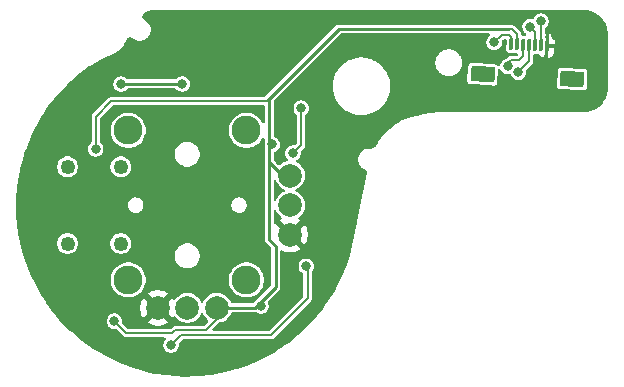
<source format=gbr>
%TF.GenerationSoftware,KiCad,Pcbnew,9.0.3*%
%TF.CreationDate,2025-07-18T17:15:59-07:00*%
%TF.ProjectId,UGC_SubStick_R5,5547435f-5375-4625-9374-69636b5f5235,rev?*%
%TF.SameCoordinates,Original*%
%TF.FileFunction,Copper,L2,Bot*%
%TF.FilePolarity,Positive*%
%FSLAX46Y46*%
G04 Gerber Fmt 4.6, Leading zero omitted, Abs format (unit mm)*
G04 Created by KiCad (PCBNEW 9.0.3) date 2025-07-18 17:15:59*
%MOMM*%
%LPD*%
G01*
G04 APERTURE LIST*
G04 Aperture macros list*
%AMRotRect*
0 Rectangle, with rotation*
0 The origin of the aperture is its center*
0 $1 length*
0 $2 width*
0 $3 Rotation angle, in degrees counterclockwise*
0 Add horizontal line*
21,1,$1,$2,0,0,$3*%
G04 Aperture macros list end*
%TA.AperFunction,ComponentPad*%
%ADD10C,2.450000*%
%TD*%
%TA.AperFunction,ComponentPad*%
%ADD11C,1.250000*%
%TD*%
%TA.AperFunction,ComponentPad*%
%ADD12C,2.000000*%
%TD*%
%TA.AperFunction,SMDPad,CuDef*%
%ADD13RotRect,0.300000X1.000000X177.000000*%
%TD*%
%TA.AperFunction,SMDPad,CuDef*%
%ADD14RotRect,2.000000X1.300000X177.000000*%
%TD*%
%TA.AperFunction,ViaPad*%
%ADD15C,0.800000*%
%TD*%
%TA.AperFunction,Conductor*%
%ADD16C,0.200000*%
%TD*%
%TA.AperFunction,Conductor*%
%ADD17C,0.250000*%
%TD*%
G04 APERTURE END LIST*
D10*
%TO.P,SW1,*%
%TO.N,*%
X54425000Y-31171718D03*
X54425000Y-43821718D03*
X64425000Y-31171718D03*
X64425000Y-43821718D03*
D11*
%TO.P,SW1,S1,1*%
%TO.N,RS_B_OUT*%
X53775000Y-34246718D03*
%TO.P,SW1,S2,2*%
X53775000Y-40746718D03*
%TO.P,SW1,S3,3*%
%TO.N,RS_B_IN*%
X49275000Y-34246718D03*
%TO.P,SW1,S4,4*%
X49275000Y-40746718D03*
D12*
%TO.P,SW1,X1,GND*%
%TO.N,GND*%
X56925000Y-46196718D03*
%TO.P,SW1,X2,X_OUT*%
%TO.N,Net-(SW1-X_OUT)*%
X59425000Y-46196718D03*
%TO.P,SW1,X3,VCC*%
%TO.N,+3V3*%
X61925000Y-46196718D03*
%TO.P,SW1,Y1,GND*%
%TO.N,GND*%
X68125000Y-39996718D03*
%TO.P,SW1,Y2,Y_OUT*%
%TO.N,Net-(SW1-Y_OUT)*%
X68125000Y-37496718D03*
%TO.P,SW1,Y3,VCC*%
%TO.N,+3V3*%
X68125000Y-34996718D03*
%TD*%
D13*
%TO.P,J1,1,Pin_1*%
%TO.N,GND*%
X89856513Y-24003768D03*
%TO.P,J1,2,Pin_2*%
%TO.N,RS_B_OUT*%
X89357200Y-23977600D03*
%TO.P,J1,3,Pin_3*%
%TO.N,RS_B_IN*%
X88857883Y-23951432D03*
%TO.P,J1,4,Pin_4*%
%TO.N,RY*%
X88358569Y-23925264D03*
%TO.P,J1,5,Pin_5*%
%TO.N,RX*%
X87859255Y-23899096D03*
%TO.P,J1,6,Pin_6*%
%TO.N,+3V3*%
X87359939Y-23872928D03*
%TO.P,J1,7,Pin_7*%
%TO.N,RGB_IN*%
X86860625Y-23846760D03*
D14*
%TO.P,J1,P1*%
%TO.N,N/C*%
X92012051Y-26820439D03*
%TO.P,J1,P2*%
X84422473Y-26422686D03*
%TD*%
D15*
%TO.N,GND*%
X71424800Y-38252400D03*
X69926200Y-30607000D03*
X90627200Y-23190200D03*
X58089800Y-35737800D03*
X57912000Y-37211000D03*
X59283600Y-36601400D03*
%TO.N,RS_B_IN*%
X53817800Y-27233200D03*
X88430731Y-22391200D03*
X58992800Y-27233200D03*
%TO.N,RS_B_OUT*%
X89357200Y-21920200D03*
%TO.N,RY*%
X87452200Y-26238200D03*
%TO.N,RX*%
X86537800Y-25755600D03*
%TO.N,+3V3*%
X53238400Y-47320200D03*
X65659000Y-46024800D03*
X66624200Y-32359600D03*
X51663600Y-32740600D03*
%TO.N,RGB_IN*%
X85394800Y-23723600D03*
%TO.N,Net-(RGB1-DOUT)*%
X69062600Y-29286200D03*
X68351400Y-33096200D03*
%TO.N,Net-(RGB2-DOUT)*%
X69492800Y-42672000D03*
X58039000Y-49326800D03*
%TD*%
D16*
%TO.N,Net-(RGB2-DOUT)*%
X58851800Y-48514000D02*
X58039000Y-49326800D01*
X66471800Y-48514000D02*
X58851800Y-48514000D01*
X69596000Y-45389800D02*
X66471800Y-48514000D01*
X69492800Y-42899000D02*
X69596000Y-43002200D01*
X69492800Y-42672000D02*
X69492800Y-42899000D01*
X69596000Y-43002200D02*
X69596000Y-45389800D01*
D17*
%TO.N,GND*%
X57179282Y-46196718D02*
X56917800Y-46458200D01*
D16*
%TO.N,RS_B_IN*%
X88857883Y-23951432D02*
X88857883Y-22818352D01*
D17*
X58992800Y-27233200D02*
X53817800Y-27233200D01*
D16*
X88857883Y-22818352D02*
X88430731Y-22391200D01*
%TO.N,RS_B_OUT*%
X89357200Y-23977600D02*
X89357200Y-21920200D01*
X89357200Y-21920200D02*
X89357200Y-21894800D01*
X89357200Y-21894800D02*
X89560400Y-21691600D01*
%TO.N,RY*%
X87452200Y-26238200D02*
X88358569Y-25331831D01*
X88358569Y-25331831D02*
X88358569Y-23925264D01*
%TO.N,RX*%
X87477600Y-25222200D02*
X87859255Y-24840545D01*
X87859255Y-24840545D02*
X87859255Y-23899096D01*
X86537800Y-25755600D02*
X86537800Y-25476200D01*
X86791800Y-25222200D02*
X87477600Y-25222200D01*
X87885223Y-23928058D02*
X87837224Y-23976057D01*
X86537800Y-25476200D02*
X86791800Y-25222200D01*
D17*
%TO.N,+3V3*%
X66344800Y-28481200D02*
X66344800Y-33832800D01*
D16*
X51663600Y-32740600D02*
X51663600Y-29997400D01*
X53238400Y-47320200D02*
X54254400Y-48336200D01*
X52984400Y-28676600D02*
X66149400Y-28676600D01*
X87359939Y-23047139D02*
X86893400Y-22580600D01*
D17*
X68125000Y-34996718D02*
X67508718Y-34996718D01*
D16*
X58394600Y-48082200D02*
X60960000Y-48082200D01*
D17*
X66513800Y-28312200D02*
X66344800Y-28481200D01*
D16*
X66149400Y-28676600D02*
X66513800Y-28312200D01*
X51663600Y-29997400D02*
X52984400Y-28676600D01*
D17*
X66344800Y-40411400D02*
X66903600Y-40970200D01*
D16*
X58140600Y-48336200D02*
X58394600Y-48082200D01*
D17*
X66344800Y-33832800D02*
X66344800Y-40411400D01*
D16*
X86893400Y-22580600D02*
X86614846Y-22580600D01*
X87359939Y-23872928D02*
X87359939Y-23047139D01*
D17*
X66903600Y-44422400D02*
X65129282Y-46196718D01*
X67508718Y-34996718D02*
X66344800Y-33832800D01*
X66903600Y-40970200D02*
X66903600Y-44422400D01*
X65129282Y-46196718D02*
X61925000Y-46196718D01*
X72245400Y-22580600D02*
X66513800Y-28312200D01*
X86614846Y-22580600D02*
X72245400Y-22580600D01*
D16*
X54254400Y-48336200D02*
X58140600Y-48336200D01*
X60960000Y-48082200D02*
X61925000Y-47117200D01*
X61925000Y-47117200D02*
X61925000Y-46196718D01*
%TO.N,RGB_IN*%
X85394800Y-23723600D02*
X85598000Y-23520400D01*
X86860625Y-23846760D02*
X86860625Y-23259025D01*
X86029800Y-23088600D02*
X86690200Y-23088600D01*
X86029800Y-23088600D02*
X85394800Y-23723600D01*
X86690200Y-23088600D02*
X86860625Y-23259025D01*
%TO.N,Net-(RGB1-DOUT)*%
X68351400Y-33096200D02*
X69062600Y-32385000D01*
X69062600Y-32385000D02*
X69062600Y-29286200D01*
%TD*%
%TA.AperFunction,Conductor*%
%TO.N,GND*%
G36*
X66925503Y-37909390D02*
G01*
X66962230Y-37964783D01*
X66966116Y-37976743D01*
X67055476Y-38152123D01*
X67171172Y-38311364D01*
X67310354Y-38450546D01*
X67371368Y-38494875D01*
X67414032Y-38550204D01*
X67420011Y-38619817D01*
X67387405Y-38681612D01*
X67354779Y-38705675D01*
X67338836Y-38713798D01*
X67338835Y-38713799D01*
X67255894Y-38774058D01*
X67995591Y-39513755D01*
X67932007Y-39530793D01*
X67817993Y-39596619D01*
X67724901Y-39689711D01*
X67659075Y-39803725D01*
X67642037Y-39867309D01*
X66902339Y-39127611D01*
X66854029Y-39131414D01*
X66785651Y-39117050D01*
X66735895Y-39067998D01*
X66720300Y-39007796D01*
X66720300Y-38003103D01*
X66739985Y-37936064D01*
X66792789Y-37890309D01*
X66861947Y-37880365D01*
X66925503Y-37909390D01*
G37*
%TD.AperFunction*%
%TA.AperFunction,Conductor*%
G36*
X93017237Y-20985075D02*
G01*
X93246380Y-21000094D01*
X93255852Y-21001084D01*
X93303666Y-21007959D01*
X93310163Y-21009072D01*
X93510328Y-21048889D01*
X93521031Y-21051519D01*
X93559220Y-21062732D01*
X93564089Y-21064274D01*
X93766320Y-21132923D01*
X93777953Y-21137540D01*
X93785224Y-21140860D01*
X93796421Y-21145975D01*
X93799746Y-21147554D01*
X93894443Y-21194253D01*
X94005673Y-21249107D01*
X94019699Y-21257205D01*
X94223666Y-21393492D01*
X94236526Y-21403360D01*
X94340131Y-21494220D01*
X94420948Y-21565095D01*
X94432418Y-21576565D01*
X94594148Y-21760985D01*
X94604021Y-21773853D01*
X94740297Y-21977806D01*
X94748408Y-21991853D01*
X94849960Y-22197786D01*
X94851542Y-22201118D01*
X94859965Y-22219562D01*
X94864589Y-22231215D01*
X94933218Y-22433391D01*
X94934776Y-22438315D01*
X94945978Y-22476466D01*
X94948619Y-22487210D01*
X94988424Y-22687331D01*
X94989544Y-22693873D01*
X94996413Y-22741645D01*
X94997410Y-22751183D01*
X95002160Y-22823652D01*
X95012445Y-22980595D01*
X95012710Y-22988690D01*
X95012710Y-27602372D01*
X95012444Y-27610484D01*
X94997528Y-27837996D01*
X94996532Y-27847532D01*
X94989122Y-27899066D01*
X94988001Y-27905611D01*
X94948896Y-28102191D01*
X94946256Y-28112932D01*
X94933859Y-28155153D01*
X94932301Y-28160078D01*
X94864983Y-28358387D01*
X94860357Y-28370042D01*
X94849753Y-28393260D01*
X94848172Y-28396591D01*
X94748412Y-28598881D01*
X94740302Y-28612928D01*
X94604026Y-28816876D01*
X94594152Y-28829744D01*
X94432416Y-29014166D01*
X94420947Y-29025634D01*
X94236534Y-29187359D01*
X94223666Y-29197233D01*
X94019713Y-29333510D01*
X94005665Y-29341620D01*
X93803355Y-29441387D01*
X93800024Y-29442969D01*
X93776829Y-29453562D01*
X93765175Y-29458187D01*
X93566849Y-29525509D01*
X93561928Y-29527066D01*
X93519731Y-29539457D01*
X93508986Y-29542098D01*
X93312378Y-29581207D01*
X93305834Y-29582328D01*
X93254326Y-29589734D01*
X93244789Y-29590730D01*
X93017008Y-29605661D01*
X93008897Y-29605927D01*
X81557273Y-29605927D01*
X81557270Y-29605924D01*
X81557036Y-29605927D01*
X81540773Y-29605927D01*
X81539307Y-29606153D01*
X81299163Y-29609228D01*
X81299162Y-29609227D01*
X81294670Y-29609286D01*
X81277255Y-29609509D01*
X81277247Y-29609502D01*
X81277026Y-29609512D01*
X81276851Y-29609515D01*
X81276844Y-29609520D01*
X81275188Y-29609542D01*
X81260498Y-29609795D01*
X81257221Y-29610479D01*
X80678395Y-29638751D01*
X80678396Y-29638752D01*
X80677911Y-29638775D01*
X80656700Y-29639812D01*
X80656689Y-29639803D01*
X80656484Y-29639822D01*
X80656300Y-29639832D01*
X80656290Y-29639841D01*
X80656238Y-29639846D01*
X80653768Y-29639968D01*
X80641995Y-29640608D01*
X80637871Y-29641642D01*
X80036188Y-29700495D01*
X80030662Y-29701035D01*
X80014713Y-29702596D01*
X80014701Y-29702587D01*
X80014509Y-29702616D01*
X80014316Y-29702635D01*
X80014314Y-29702636D01*
X80011243Y-29702937D01*
X79999593Y-29704084D01*
X79994822Y-29705602D01*
X79425008Y-29792067D01*
X79425007Y-29792066D01*
X79418959Y-29792985D01*
X79404418Y-29795192D01*
X79404404Y-29795183D01*
X79404214Y-29795223D01*
X79404025Y-29795252D01*
X79404021Y-29795256D01*
X79400664Y-29795767D01*
X79400663Y-29795766D01*
X79389143Y-29797534D01*
X79384138Y-29799484D01*
X78865560Y-29909563D01*
X78865561Y-29909564D01*
X78864655Y-29909757D01*
X78845223Y-29913882D01*
X78845207Y-29913873D01*
X78845026Y-29913923D01*
X78844837Y-29913964D01*
X78844826Y-29913979D01*
X78841354Y-29914719D01*
X78830824Y-29917003D01*
X78825741Y-29919351D01*
X78364368Y-30049203D01*
X78364367Y-30049202D01*
X78358027Y-30050988D01*
X78343736Y-30055011D01*
X78343722Y-30055004D01*
X78343537Y-30055067D01*
X78343354Y-30055119D01*
X78343350Y-30055125D01*
X78340296Y-30055986D01*
X78329074Y-30059176D01*
X78324561Y-30061579D01*
X78106766Y-30136332D01*
X78106232Y-30136515D01*
X78087389Y-30142983D01*
X78087374Y-30142977D01*
X78087200Y-30143048D01*
X78087016Y-30143112D01*
X78087009Y-30143124D01*
X78083911Y-30144190D01*
X78072555Y-30148140D01*
X78067959Y-30150999D01*
X77668896Y-30315910D01*
X77668237Y-30316182D01*
X77650940Y-30323331D01*
X77650918Y-30323324D01*
X77650755Y-30323407D01*
X77650581Y-30323480D01*
X77650571Y-30323502D01*
X77650550Y-30323512D01*
X77646334Y-30325260D01*
X77639572Y-30328097D01*
X77634232Y-30331940D01*
X77270118Y-30519991D01*
X77270117Y-30519990D01*
X77269211Y-30520459D01*
X77253689Y-30528476D01*
X77253664Y-30528471D01*
X77253506Y-30528570D01*
X77253344Y-30528655D01*
X77253336Y-30528679D01*
X77253275Y-30528717D01*
X77249110Y-30530876D01*
X77242640Y-30534271D01*
X77237500Y-30538745D01*
X76904606Y-30750356D01*
X76904605Y-30750355D01*
X76902217Y-30751875D01*
X76888977Y-30760292D01*
X76888951Y-30760289D01*
X76888804Y-30760402D01*
X76888651Y-30760500D01*
X76888646Y-30760517D01*
X76884332Y-30763265D01*
X76879005Y-30766677D01*
X76874109Y-30771775D01*
X76565837Y-31010376D01*
X76565838Y-31010377D01*
X76551447Y-31021516D01*
X76551424Y-31021516D01*
X76551290Y-31021638D01*
X76551140Y-31021755D01*
X76551136Y-31021774D01*
X76547272Y-31024771D01*
X76547270Y-31024771D01*
X76541870Y-31028983D01*
X76537709Y-31034104D01*
X76307981Y-31244990D01*
X76293526Y-31258261D01*
X76293508Y-31258262D01*
X76293372Y-31258403D01*
X76293234Y-31258530D01*
X76293233Y-31258534D01*
X76290654Y-31260904D01*
X76282388Y-31268511D01*
X76279196Y-31273132D01*
X76147817Y-31409655D01*
X76147818Y-31409656D01*
X76132839Y-31425222D01*
X76132825Y-31425223D01*
X76132694Y-31425372D01*
X76132562Y-31425510D01*
X76132562Y-31425519D01*
X76130662Y-31427495D01*
X76121039Y-31437556D01*
X76118681Y-31441402D01*
X75998556Y-31578829D01*
X75997844Y-31579644D01*
X75985036Y-31594297D01*
X75985023Y-31594299D01*
X75984903Y-31594449D01*
X75984773Y-31594599D01*
X75984773Y-31594611D01*
X75983210Y-31596401D01*
X75974734Y-31606180D01*
X75972595Y-31609973D01*
X75844767Y-31771210D01*
X75842441Y-31774145D01*
X75832230Y-31787026D01*
X75832216Y-31787029D01*
X75832096Y-31787195D01*
X75831981Y-31787341D01*
X75831981Y-31787349D01*
X75830525Y-31789188D01*
X75821838Y-31800216D01*
X75819882Y-31804189D01*
X75705876Y-31962830D01*
X75704639Y-31964551D01*
X75693500Y-31980053D01*
X75693487Y-31980056D01*
X75693381Y-31980218D01*
X75693267Y-31980378D01*
X75693268Y-31980389D01*
X75691953Y-31982222D01*
X75683348Y-31994299D01*
X75681603Y-31998378D01*
X75548186Y-32204089D01*
X75536956Y-32221406D01*
X75536943Y-32221410D01*
X75536841Y-32221582D01*
X75536738Y-32221743D01*
X75536740Y-32221755D01*
X75536697Y-32221827D01*
X75535508Y-32223664D01*
X75527844Y-32235645D01*
X75526389Y-32239444D01*
X75401830Y-32452326D01*
X75393516Y-32464751D01*
X75320410Y-32560910D01*
X75304026Y-32578589D01*
X75282016Y-32598131D01*
X75262521Y-32612306D01*
X75162390Y-32671157D01*
X75140515Y-32681294D01*
X75112723Y-32691019D01*
X75089310Y-32696731D01*
X74974470Y-32713142D01*
X74950154Y-32714204D01*
X74910015Y-32712008D01*
X74903246Y-32711451D01*
X74818919Y-32702185D01*
X74642585Y-32716659D01*
X74642578Y-32716661D01*
X74472265Y-32764559D01*
X74472255Y-32764563D01*
X74452690Y-32774411D01*
X74452691Y-32774412D01*
X74445921Y-32777820D01*
X74443790Y-32778484D01*
X74436005Y-32782814D01*
X74433706Y-32783972D01*
X74433703Y-32783972D01*
X74433699Y-32783975D01*
X74314234Y-32844122D01*
X74292139Y-32861223D01*
X74292138Y-32861222D01*
X74284712Y-32866969D01*
X74278542Y-32870402D01*
X74263901Y-32883078D01*
X74261181Y-32885184D01*
X74261176Y-32885189D01*
X74174313Y-32952422D01*
X74149989Y-32980160D01*
X74149990Y-32980161D01*
X74144363Y-32986577D01*
X74135589Y-32994175D01*
X74121558Y-33012586D01*
X74118728Y-33015814D01*
X74118725Y-33015819D01*
X74057669Y-33085455D01*
X74034389Y-33125409D01*
X74034388Y-33125410D01*
X74030522Y-33132044D01*
X74020975Y-33144572D01*
X74010819Y-33165855D01*
X74008238Y-33170286D01*
X73968595Y-33238325D01*
X73950131Y-33291312D01*
X73950130Y-33291315D01*
X73947887Y-33297750D01*
X73939546Y-33315232D01*
X73934306Y-33336717D01*
X73932341Y-33342357D01*
X73910373Y-33405397D01*
X73910372Y-33405402D01*
X73900856Y-33471465D01*
X73900004Y-33477377D01*
X73894746Y-33498940D01*
X73894100Y-33518359D01*
X73893127Y-33525120D01*
X73885148Y-33580512D01*
X73885148Y-33580523D01*
X73889008Y-33658947D01*
X73889260Y-33664073D01*
X73888468Y-33687927D01*
X73891207Y-33703624D01*
X73891585Y-33711288D01*
X73891586Y-33711291D01*
X73893849Y-33757237D01*
X73893850Y-33757241D01*
X73915886Y-33846722D01*
X73916904Y-33850858D01*
X73920979Y-33874203D01*
X73925371Y-33885238D01*
X73927410Y-33893518D01*
X73936156Y-33929032D01*
X73965016Y-33991344D01*
X73982986Y-34030146D01*
X73983394Y-34031026D01*
X73990903Y-34049891D01*
X73994992Y-34056068D01*
X73998934Y-34064579D01*
X73998934Y-34064580D01*
X74010511Y-34089577D01*
X74010512Y-34089579D01*
X74010513Y-34089580D01*
X74061955Y-34160733D01*
X74088069Y-34196852D01*
X74089556Y-34198909D01*
X74095284Y-34207561D01*
X74097135Y-34209392D01*
X74114175Y-34232961D01*
X74243325Y-34353892D01*
X74393203Y-34447916D01*
X74464430Y-34475457D01*
X74485859Y-34486231D01*
X74536685Y-34518290D01*
X74571550Y-34551258D01*
X74600669Y-34592164D01*
X74619181Y-34631085D01*
X74628665Y-34665448D01*
X74633034Y-34703407D01*
X74631112Y-34751328D01*
X74628868Y-34770354D01*
X73905121Y-38439842D01*
X73905122Y-38439843D01*
X73905023Y-38440347D01*
X73903983Y-38445650D01*
X73903982Y-38445658D01*
X73799178Y-38980112D01*
X73799173Y-38980144D01*
X73719322Y-39387719D01*
X73719103Y-39388810D01*
X73484984Y-40529426D01*
X73484157Y-40533160D01*
X73288507Y-41356546D01*
X73287105Y-41361909D01*
X73088564Y-42057601D01*
X73086599Y-42063857D01*
X72865673Y-42706993D01*
X72863214Y-42713542D01*
X72603921Y-43349206D01*
X72601849Y-43353996D01*
X72452731Y-43679661D01*
X72451281Y-43682716D01*
X72286731Y-44017638D01*
X72285254Y-44020547D01*
X72099415Y-44374930D01*
X72097946Y-44377649D01*
X71893219Y-44745458D01*
X71891853Y-44747849D01*
X71740469Y-45006156D01*
X71738956Y-45008669D01*
X71540557Y-45329544D01*
X71538802Y-45332301D01*
X71332308Y-45647390D01*
X71330481Y-45650099D01*
X71115632Y-45959821D01*
X71113735Y-45962480D01*
X70890938Y-46266248D01*
X70888973Y-46268855D01*
X70658204Y-46566720D01*
X70656171Y-46569274D01*
X70418221Y-46860253D01*
X70415050Y-46863977D01*
X70363751Y-46921887D01*
X69914982Y-47428472D01*
X69910529Y-47433239D01*
X69382204Y-47969902D01*
X69377508Y-47974427D01*
X68821890Y-48482399D01*
X68816965Y-48486670D01*
X68234820Y-48965235D01*
X68231233Y-48968075D01*
X67990382Y-49151611D01*
X67988016Y-49153370D01*
X67682457Y-49374931D01*
X67679788Y-49376813D01*
X67368910Y-49589972D01*
X67366193Y-49591783D01*
X67049643Y-49796790D01*
X67046880Y-49798528D01*
X66725226Y-49995019D01*
X66722419Y-49996683D01*
X66395718Y-50184636D01*
X66392868Y-50186226D01*
X66062123Y-50365090D01*
X66057774Y-50367332D01*
X65380676Y-50699671D01*
X65374748Y-50702390D01*
X64682141Y-50998230D01*
X64676080Y-51000633D01*
X63969121Y-51259570D01*
X63962944Y-51261650D01*
X63242664Y-51483294D01*
X63238305Y-51484548D01*
X62954608Y-51560608D01*
X62951787Y-51561329D01*
X62584993Y-51650493D01*
X62581810Y-51651223D01*
X62213374Y-51730572D01*
X62210173Y-51731217D01*
X61839597Y-51800872D01*
X61836381Y-51801433D01*
X61464290Y-51861278D01*
X61461061Y-51861754D01*
X61087474Y-51911791D01*
X61084234Y-51912181D01*
X60710456Y-51952262D01*
X60705582Y-51952688D01*
X59953087Y-52003455D01*
X59946569Y-52003723D01*
X59193530Y-52014831D01*
X59187010Y-52014755D01*
X58434736Y-51986275D01*
X58428231Y-51985858D01*
X57677674Y-51917811D01*
X57673148Y-51917316D01*
X57377808Y-51879566D01*
X57374908Y-51879161D01*
X57001739Y-51822476D01*
X56998517Y-51821943D01*
X56627472Y-51755541D01*
X56624267Y-51754924D01*
X56254935Y-51678745D01*
X56251746Y-51678043D01*
X55884791Y-51592224D01*
X55881624Y-51591439D01*
X55517033Y-51495987D01*
X55513886Y-51495119D01*
X55152799Y-51390354D01*
X55148128Y-51388898D01*
X54432706Y-51150351D01*
X54426574Y-51148126D01*
X53725685Y-50872680D01*
X53719681Y-50870136D01*
X53034522Y-50558352D01*
X53028662Y-50555497D01*
X52360189Y-50207801D01*
X52356197Y-50205631D01*
X52099220Y-50059767D01*
X52096699Y-50058296D01*
X51772963Y-49864324D01*
X51770184Y-49862609D01*
X51452075Y-49660438D01*
X51449342Y-49658650D01*
X51136547Y-49448092D01*
X51133863Y-49446234D01*
X50876174Y-49262732D01*
X50826853Y-49227610D01*
X50824308Y-49225746D01*
X50523062Y-48999044D01*
X50520502Y-48997064D01*
X50323612Y-48840613D01*
X50226159Y-48763175D01*
X50222399Y-48760065D01*
X50154155Y-48701299D01*
X49650903Y-48267938D01*
X49646074Y-48263553D01*
X49520980Y-48143815D01*
X49102057Y-47742830D01*
X49097470Y-47738203D01*
X48581778Y-47189810D01*
X48577439Y-47184945D01*
X48090801Y-46609645D01*
X48087939Y-46606134D01*
X47957150Y-46439468D01*
X47904028Y-46371773D01*
X47902248Y-46369448D01*
X47736785Y-46148022D01*
X47736782Y-46148019D01*
X47676361Y-46067162D01*
X47674441Y-46064520D01*
X47456905Y-45756827D01*
X47455055Y-45754136D01*
X47434739Y-45723732D01*
X47245583Y-45440650D01*
X47243843Y-45437969D01*
X47242566Y-45435944D01*
X47042822Y-45119272D01*
X47041163Y-45116563D01*
X46848598Y-44792680D01*
X46847017Y-44789942D01*
X46663439Y-44461808D01*
X46661170Y-44457557D01*
X46319315Y-43785566D01*
X46316510Y-43779673D01*
X46303799Y-43751053D01*
X46283606Y-43705588D01*
X52949500Y-43705588D01*
X52949500Y-43937847D01*
X52985831Y-44167232D01*
X53057601Y-44388118D01*
X53148919Y-44567337D01*
X53163039Y-44595049D01*
X53299551Y-44782942D01*
X53463776Y-44947167D01*
X53651669Y-45083679D01*
X53720262Y-45118629D01*
X53858599Y-45189116D01*
X53858601Y-45189116D01*
X53858604Y-45189118D01*
X54079486Y-45260887D01*
X54197668Y-45279604D01*
X54308871Y-45297218D01*
X54308876Y-45297218D01*
X54541129Y-45297218D01*
X54643920Y-45280937D01*
X54770514Y-45260887D01*
X54991396Y-45189118D01*
X55198331Y-45083679D01*
X55386224Y-44947167D01*
X55550449Y-44782942D01*
X55686961Y-44595049D01*
X55792400Y-44388114D01*
X55864169Y-44167232D01*
X55887401Y-44020547D01*
X55900500Y-43937847D01*
X55900500Y-43705588D01*
X62949500Y-43705588D01*
X62949500Y-43937847D01*
X62985831Y-44167232D01*
X63057601Y-44388118D01*
X63148919Y-44567337D01*
X63163039Y-44595049D01*
X63299551Y-44782942D01*
X63463776Y-44947167D01*
X63651669Y-45083679D01*
X63720262Y-45118629D01*
X63858599Y-45189116D01*
X63858601Y-45189116D01*
X63858604Y-45189118D01*
X64079486Y-45260887D01*
X64197668Y-45279604D01*
X64308871Y-45297218D01*
X64308876Y-45297218D01*
X64541129Y-45297218D01*
X64643920Y-45280937D01*
X64770514Y-45260887D01*
X64991396Y-45189118D01*
X65198331Y-45083679D01*
X65386224Y-44947167D01*
X65550449Y-44782942D01*
X65686961Y-44595049D01*
X65792400Y-44388114D01*
X65864169Y-44167232D01*
X65887401Y-44020547D01*
X65900500Y-43937847D01*
X65900500Y-43705588D01*
X65881232Y-43583940D01*
X65864169Y-43476204D01*
X65792400Y-43255322D01*
X65792398Y-43255319D01*
X65792398Y-43255317D01*
X65724758Y-43122568D01*
X65686961Y-43048387D01*
X65550449Y-42860494D01*
X65386224Y-42696269D01*
X65198331Y-42559757D01*
X64991400Y-42454319D01*
X64770514Y-42382549D01*
X64541129Y-42346218D01*
X64541124Y-42346218D01*
X64308876Y-42346218D01*
X64308871Y-42346218D01*
X64079485Y-42382549D01*
X63858599Y-42454319D01*
X63651668Y-42559757D01*
X63463773Y-42696271D01*
X63299553Y-42860491D01*
X63163039Y-43048386D01*
X63057601Y-43255317D01*
X62985831Y-43476203D01*
X62949500Y-43705588D01*
X55900500Y-43705588D01*
X55881232Y-43583940D01*
X55864169Y-43476204D01*
X55792400Y-43255322D01*
X55792398Y-43255319D01*
X55792398Y-43255317D01*
X55724758Y-43122568D01*
X55686961Y-43048387D01*
X55550449Y-42860494D01*
X55386224Y-42696269D01*
X55198331Y-42559757D01*
X54991400Y-42454319D01*
X54770514Y-42382549D01*
X54541129Y-42346218D01*
X54541124Y-42346218D01*
X54308876Y-42346218D01*
X54308871Y-42346218D01*
X54079485Y-42382549D01*
X53858599Y-42454319D01*
X53651668Y-42559757D01*
X53463773Y-42696271D01*
X53299553Y-42860491D01*
X53163039Y-43048386D01*
X53057601Y-43255317D01*
X52985831Y-43476203D01*
X52949500Y-43705588D01*
X46283606Y-43705588D01*
X46010969Y-43091736D01*
X46008499Y-43085755D01*
X45739646Y-42382930D01*
X45737481Y-42376789D01*
X45733304Y-42363873D01*
X45516447Y-41693248D01*
X58374500Y-41693248D01*
X58374500Y-41900187D01*
X58414868Y-42103130D01*
X58414870Y-42103138D01*
X58478737Y-42257327D01*
X58494059Y-42294316D01*
X58540535Y-42363873D01*
X58609024Y-42466375D01*
X58755342Y-42612693D01*
X58755345Y-42612695D01*
X58927402Y-42727659D01*
X59118580Y-42806848D01*
X59321530Y-42847217D01*
X59321534Y-42847218D01*
X59321535Y-42847218D01*
X59528466Y-42847218D01*
X59528467Y-42847217D01*
X59731420Y-42806848D01*
X59922598Y-42727659D01*
X60094655Y-42612695D01*
X60240977Y-42466373D01*
X60355941Y-42294316D01*
X60435130Y-42103138D01*
X60475500Y-41900183D01*
X60475500Y-41693253D01*
X60435130Y-41490298D01*
X60355941Y-41299120D01*
X60240977Y-41127063D01*
X60240975Y-41127060D01*
X60094657Y-40980742D01*
X60004892Y-40920764D01*
X59922598Y-40865777D01*
X59731420Y-40786588D01*
X59731412Y-40786586D01*
X59528469Y-40746218D01*
X59528465Y-40746218D01*
X59321535Y-40746218D01*
X59321530Y-40746218D01*
X59118587Y-40786586D01*
X59118579Y-40786588D01*
X58927403Y-40865776D01*
X58755342Y-40980742D01*
X58609024Y-41127060D01*
X58494058Y-41299121D01*
X58414870Y-41490297D01*
X58414868Y-41490305D01*
X58374500Y-41693248D01*
X45516447Y-41693248D01*
X45505752Y-41660174D01*
X45504437Y-41655837D01*
X45424744Y-41374676D01*
X45423984Y-41371870D01*
X45420788Y-41359495D01*
X45329659Y-41006665D01*
X45328908Y-41003595D01*
X45249873Y-40660484D01*
X48399500Y-40660484D01*
X48399500Y-40832951D01*
X48433143Y-41002084D01*
X48433146Y-41002096D01*
X48499138Y-41161416D01*
X48499145Y-41161429D01*
X48594954Y-41304816D01*
X48594957Y-41304820D01*
X48716897Y-41426760D01*
X48716901Y-41426763D01*
X48860288Y-41522572D01*
X48860301Y-41522579D01*
X49019621Y-41588571D01*
X49019626Y-41588573D01*
X49188766Y-41622217D01*
X49188769Y-41622218D01*
X49188771Y-41622218D01*
X49361231Y-41622218D01*
X49361232Y-41622217D01*
X49530374Y-41588573D01*
X49689705Y-41522576D01*
X49833099Y-41426763D01*
X49955045Y-41304817D01*
X50050858Y-41161423D01*
X50116855Y-41002092D01*
X50150500Y-40832947D01*
X50150500Y-40660489D01*
X50150500Y-40660486D01*
X50150499Y-40660484D01*
X52899500Y-40660484D01*
X52899500Y-40832951D01*
X52933143Y-41002084D01*
X52933146Y-41002096D01*
X52999138Y-41161416D01*
X52999145Y-41161429D01*
X53094954Y-41304816D01*
X53094957Y-41304820D01*
X53216897Y-41426760D01*
X53216901Y-41426763D01*
X53360288Y-41522572D01*
X53360301Y-41522579D01*
X53519621Y-41588571D01*
X53519626Y-41588573D01*
X53688766Y-41622217D01*
X53688769Y-41622218D01*
X53688771Y-41622218D01*
X53861231Y-41622218D01*
X53861232Y-41622217D01*
X54030374Y-41588573D01*
X54189705Y-41522576D01*
X54333099Y-41426763D01*
X54455045Y-41304817D01*
X54550858Y-41161423D01*
X54616855Y-41002092D01*
X54650500Y-40832947D01*
X54650500Y-40660489D01*
X54650500Y-40660486D01*
X54650499Y-40660484D01*
X54646815Y-40641962D01*
X54616855Y-40491344D01*
X54557466Y-40347965D01*
X54550861Y-40332019D01*
X54550854Y-40332006D01*
X54455045Y-40188619D01*
X54455042Y-40188615D01*
X54333102Y-40066675D01*
X54333098Y-40066672D01*
X54189711Y-39970863D01*
X54189698Y-39970856D01*
X54030378Y-39904864D01*
X54030366Y-39904861D01*
X53861232Y-39871218D01*
X53861229Y-39871218D01*
X53688771Y-39871218D01*
X53688768Y-39871218D01*
X53519633Y-39904861D01*
X53519621Y-39904864D01*
X53360301Y-39970856D01*
X53360288Y-39970863D01*
X53216901Y-40066672D01*
X53216897Y-40066675D01*
X53094957Y-40188615D01*
X53094954Y-40188619D01*
X52999145Y-40332006D01*
X52999138Y-40332019D01*
X52933146Y-40491339D01*
X52933143Y-40491351D01*
X52899500Y-40660484D01*
X50150499Y-40660484D01*
X50146815Y-40641962D01*
X50116855Y-40491344D01*
X50057466Y-40347965D01*
X50050861Y-40332019D01*
X50050854Y-40332006D01*
X49955045Y-40188619D01*
X49955042Y-40188615D01*
X49833102Y-40066675D01*
X49833098Y-40066672D01*
X49689711Y-39970863D01*
X49689698Y-39970856D01*
X49530378Y-39904864D01*
X49530366Y-39904861D01*
X49361232Y-39871218D01*
X49361229Y-39871218D01*
X49188771Y-39871218D01*
X49188768Y-39871218D01*
X49019633Y-39904861D01*
X49019621Y-39904864D01*
X48860301Y-39970856D01*
X48860288Y-39970863D01*
X48716901Y-40066672D01*
X48716897Y-40066675D01*
X48594957Y-40188615D01*
X48594954Y-40188619D01*
X48499145Y-40332006D01*
X48499138Y-40332019D01*
X48433146Y-40491339D01*
X48433143Y-40491351D01*
X48399500Y-40660484D01*
X45249873Y-40660484D01*
X45244319Y-40636373D01*
X45243654Y-40633301D01*
X45168754Y-40263903D01*
X45168170Y-40260815D01*
X45103063Y-39889780D01*
X45102560Y-39886676D01*
X45047250Y-39514072D01*
X45046817Y-39510861D01*
X45035877Y-39420915D01*
X45001457Y-39137906D01*
X45000963Y-39133044D01*
X44995648Y-39067998D01*
X44939585Y-38381932D01*
X44939228Y-38375453D01*
X44917492Y-37623222D01*
X44917476Y-37616712D01*
X44920326Y-37496717D01*
X54397417Y-37496717D01*
X54398522Y-37505464D01*
X54399500Y-37521007D01*
X54399500Y-37560787D01*
X54399500Y-37560789D01*
X54399499Y-37560789D01*
X54415115Y-37639288D01*
X54415115Y-37639289D01*
X54415972Y-37643598D01*
X54417919Y-37659009D01*
X54420166Y-37664685D01*
X54422356Y-37675693D01*
X54422358Y-37675700D01*
X54424498Y-37686459D01*
X54424499Y-37686462D01*
X54473533Y-37804842D01*
X54473538Y-37804851D01*
X54544723Y-37911386D01*
X54544725Y-37911389D01*
X54560762Y-37927425D01*
X54567666Y-37934329D01*
X54574287Y-37943442D01*
X54588713Y-37955376D01*
X54592850Y-37959513D01*
X54635327Y-38001991D01*
X54635332Y-38001995D01*
X54653126Y-38013884D01*
X54685949Y-38035815D01*
X54700329Y-38047712D01*
X54711904Y-38053158D01*
X54741873Y-38073183D01*
X54741874Y-38073183D01*
X54741878Y-38073186D01*
X54807490Y-38100362D01*
X54846964Y-38116713D01*
X54848341Y-38117361D01*
X54848684Y-38117425D01*
X54860256Y-38122219D01*
X54860260Y-38122219D01*
X54860261Y-38122220D01*
X54985928Y-38147218D01*
X55004856Y-38147218D01*
X55009024Y-38148013D01*
X55021661Y-38147218D01*
X55114072Y-38147218D01*
X55134821Y-38143090D01*
X55156820Y-38138714D01*
X55172282Y-38137742D01*
X55188969Y-38132318D01*
X55239744Y-38122219D01*
X55311392Y-38092540D01*
X55327856Y-38087193D01*
X55334524Y-38082959D01*
X55358127Y-38073183D01*
X55464669Y-38001994D01*
X55507150Y-37959513D01*
X55555274Y-37911390D01*
X55555276Y-37911387D01*
X55571362Y-37887312D01*
X55577951Y-37880297D01*
X55586772Y-37864249D01*
X55626465Y-37804845D01*
X55647963Y-37752943D01*
X55656756Y-37736950D01*
X55660290Y-37723183D01*
X55675501Y-37686462D01*
X55695387Y-37586490D01*
X55697437Y-37578508D01*
X55697522Y-37575755D01*
X55700500Y-37560787D01*
X55700500Y-37496718D01*
X63147417Y-37496718D01*
X63148996Y-37509217D01*
X63149240Y-37512975D01*
X63149500Y-37521007D01*
X63149500Y-37560787D01*
X63149500Y-37560789D01*
X63149499Y-37560789D01*
X63165115Y-37639288D01*
X63165115Y-37639289D01*
X63165972Y-37643598D01*
X63167919Y-37659009D01*
X63170166Y-37664685D01*
X63172356Y-37675693D01*
X63172358Y-37675700D01*
X63174498Y-37686459D01*
X63174499Y-37686462D01*
X63223533Y-37804842D01*
X63223538Y-37804851D01*
X63294723Y-37911386D01*
X63294725Y-37911389D01*
X63310762Y-37927425D01*
X63317666Y-37934329D01*
X63324287Y-37943442D01*
X63338713Y-37955376D01*
X63342850Y-37959513D01*
X63385327Y-38001991D01*
X63385332Y-38001995D01*
X63403126Y-38013884D01*
X63435949Y-38035815D01*
X63450329Y-38047712D01*
X63461904Y-38053158D01*
X63491873Y-38073183D01*
X63491874Y-38073183D01*
X63491878Y-38073186D01*
X63557490Y-38100362D01*
X63596964Y-38116713D01*
X63598341Y-38117361D01*
X63598684Y-38117425D01*
X63610256Y-38122219D01*
X63610260Y-38122219D01*
X63610261Y-38122220D01*
X63735928Y-38147218D01*
X63754856Y-38147218D01*
X63759024Y-38148013D01*
X63771661Y-38147218D01*
X63864072Y-38147218D01*
X63884821Y-38143090D01*
X63906820Y-38138714D01*
X63922282Y-38137742D01*
X63938969Y-38132318D01*
X63989744Y-38122219D01*
X64061392Y-38092540D01*
X64077856Y-38087193D01*
X64084524Y-38082959D01*
X64108127Y-38073183D01*
X64214669Y-38001994D01*
X64257150Y-37959513D01*
X64305274Y-37911390D01*
X64305276Y-37911387D01*
X64321362Y-37887312D01*
X64327951Y-37880297D01*
X64336772Y-37864249D01*
X64376465Y-37804845D01*
X64397963Y-37752943D01*
X64406756Y-37736950D01*
X64410290Y-37723183D01*
X64425501Y-37686462D01*
X64445387Y-37586490D01*
X64447437Y-37578508D01*
X64447522Y-37575755D01*
X64450500Y-37560787D01*
X64450500Y-37432649D01*
X64447522Y-37417681D01*
X64447437Y-37414928D01*
X64445388Y-37406954D01*
X64425501Y-37306974D01*
X64410289Y-37270250D01*
X64406756Y-37256486D01*
X64397964Y-37240495D01*
X64376465Y-37188591D01*
X64339751Y-37133644D01*
X64339751Y-37133643D01*
X64336772Y-37129185D01*
X64327951Y-37113139D01*
X64321361Y-37106122D01*
X64315666Y-37097598D01*
X64315665Y-37097597D01*
X64305279Y-37082053D01*
X64305278Y-37082052D01*
X64305276Y-37082049D01*
X64214669Y-36991442D01*
X64214668Y-36991441D01*
X64214667Y-36991440D01*
X64108133Y-36920256D01*
X64108124Y-36920251D01*
X64094447Y-36914586D01*
X64094447Y-36914585D01*
X64084525Y-36910475D01*
X64077856Y-36906243D01*
X64061390Y-36900892D01*
X64056878Y-36899024D01*
X63989746Y-36871217D01*
X63989738Y-36871215D01*
X63946147Y-36862544D01*
X63946145Y-36862544D01*
X63938972Y-36861117D01*
X63922282Y-36855694D01*
X63906823Y-36854721D01*
X63898683Y-36853102D01*
X63898681Y-36853101D01*
X63864072Y-36846218D01*
X63864069Y-36846218D01*
X63771661Y-36846218D01*
X63759024Y-36845423D01*
X63754856Y-36846218D01*
X63735929Y-36846218D01*
X63610256Y-36871216D01*
X63603645Y-36873953D01*
X63603646Y-36873954D01*
X63598682Y-36876009D01*
X63598341Y-36876075D01*
X63596985Y-36876712D01*
X63594298Y-36877826D01*
X63594292Y-36877829D01*
X63491870Y-36920254D01*
X63469609Y-36935128D01*
X63469608Y-36935127D01*
X63461890Y-36940283D01*
X63450329Y-36945724D01*
X63435967Y-36957604D01*
X63430687Y-36961133D01*
X63430679Y-36961140D01*
X63385332Y-36991441D01*
X63385325Y-36991447D01*
X63342852Y-37033918D01*
X63342853Y-37033919D01*
X63338708Y-37038063D01*
X63324287Y-37049994D01*
X63317666Y-37059105D01*
X63310767Y-37066006D01*
X63310764Y-37066007D01*
X63294728Y-37082044D01*
X63294723Y-37082050D01*
X63223538Y-37188585D01*
X63223533Y-37188593D01*
X63174498Y-37306975D01*
X63174497Y-37306977D01*
X63172358Y-37317735D01*
X63170166Y-37328750D01*
X63167919Y-37334427D01*
X63165973Y-37349828D01*
X63165114Y-37354148D01*
X63149500Y-37432644D01*
X63149500Y-37472429D01*
X63148522Y-37487970D01*
X63147417Y-37496718D01*
X55700500Y-37496718D01*
X55700500Y-37432649D01*
X55697523Y-37417684D01*
X55697437Y-37414928D01*
X55696226Y-37410214D01*
X55694728Y-37403632D01*
X55675501Y-37306974D01*
X55660289Y-37270250D01*
X55656756Y-37256486D01*
X55647964Y-37240495D01*
X55626465Y-37188591D01*
X55589751Y-37133644D01*
X55589751Y-37133643D01*
X55586772Y-37129185D01*
X55577951Y-37113139D01*
X55571361Y-37106122D01*
X55565666Y-37097598D01*
X55565665Y-37097597D01*
X55555279Y-37082053D01*
X55555278Y-37082052D01*
X55555276Y-37082049D01*
X55464669Y-36991442D01*
X55464668Y-36991441D01*
X55464667Y-36991440D01*
X55358133Y-36920256D01*
X55358124Y-36920251D01*
X55344447Y-36914586D01*
X55344447Y-36914585D01*
X55334525Y-36910475D01*
X55327856Y-36906243D01*
X55311390Y-36900892D01*
X55306878Y-36899024D01*
X55239746Y-36871217D01*
X55239738Y-36871215D01*
X55196147Y-36862544D01*
X55196145Y-36862544D01*
X55188972Y-36861117D01*
X55172282Y-36855694D01*
X55156823Y-36854721D01*
X55148683Y-36853102D01*
X55148681Y-36853101D01*
X55114072Y-36846218D01*
X55114069Y-36846218D01*
X55021661Y-36846218D01*
X55009024Y-36845423D01*
X55004856Y-36846218D01*
X54985929Y-36846218D01*
X54860256Y-36871216D01*
X54853645Y-36873953D01*
X54853646Y-36873954D01*
X54848682Y-36876009D01*
X54848341Y-36876075D01*
X54846985Y-36876712D01*
X54844298Y-36877826D01*
X54844292Y-36877829D01*
X54741870Y-36920254D01*
X54719609Y-36935128D01*
X54719608Y-36935127D01*
X54711890Y-36940283D01*
X54700329Y-36945724D01*
X54685967Y-36957604D01*
X54680687Y-36961133D01*
X54680679Y-36961140D01*
X54635332Y-36991441D01*
X54635325Y-36991447D01*
X54592852Y-37033918D01*
X54592853Y-37033919D01*
X54588708Y-37038063D01*
X54574287Y-37049994D01*
X54567666Y-37059105D01*
X54560767Y-37066006D01*
X54560764Y-37066007D01*
X54544728Y-37082044D01*
X54544723Y-37082050D01*
X54473538Y-37188585D01*
X54473533Y-37188593D01*
X54424498Y-37306975D01*
X54424497Y-37306977D01*
X54422358Y-37317735D01*
X54420166Y-37328750D01*
X54417919Y-37334427D01*
X54415973Y-37349828D01*
X54415114Y-37354148D01*
X54399500Y-37432644D01*
X54399500Y-37472429D01*
X54398522Y-37487971D01*
X54397417Y-37496717D01*
X44920326Y-37496717D01*
X44935336Y-36864686D01*
X44935662Y-36858186D01*
X44935928Y-36854721D01*
X44993109Y-36107334D01*
X44993536Y-36102843D01*
X44997687Y-36066241D01*
X45026429Y-35812776D01*
X45026786Y-35809932D01*
X45048438Y-35652123D01*
X45078065Y-35436173D01*
X45078550Y-35432961D01*
X45085552Y-35390309D01*
X45139559Y-35061298D01*
X45140129Y-35058090D01*
X45165257Y-34926760D01*
X45210964Y-34687874D01*
X45211605Y-34684751D01*
X45292132Y-34316696D01*
X45292839Y-34313660D01*
X45330604Y-34160484D01*
X48399500Y-34160484D01*
X48399500Y-34332951D01*
X48433143Y-34502084D01*
X48433146Y-34502096D01*
X48499138Y-34661416D01*
X48499145Y-34661429D01*
X48594954Y-34804816D01*
X48594957Y-34804820D01*
X48716897Y-34926760D01*
X48716901Y-34926763D01*
X48860288Y-35022572D01*
X48860301Y-35022579D01*
X49019621Y-35088571D01*
X49019626Y-35088573D01*
X49188766Y-35122217D01*
X49188769Y-35122218D01*
X49188771Y-35122218D01*
X49361231Y-35122218D01*
X49361232Y-35122217D01*
X49530374Y-35088573D01*
X49689705Y-35022576D01*
X49833099Y-34926763D01*
X49955045Y-34804817D01*
X50050858Y-34661423D01*
X50116855Y-34502092D01*
X50150500Y-34332947D01*
X50150500Y-34160489D01*
X50150500Y-34160486D01*
X50150499Y-34160484D01*
X52899500Y-34160484D01*
X52899500Y-34332951D01*
X52933143Y-34502084D01*
X52933146Y-34502096D01*
X52999138Y-34661416D01*
X52999145Y-34661429D01*
X53094954Y-34804816D01*
X53094957Y-34804820D01*
X53216897Y-34926760D01*
X53216901Y-34926763D01*
X53360288Y-35022572D01*
X53360301Y-35022579D01*
X53519621Y-35088571D01*
X53519626Y-35088573D01*
X53688766Y-35122217D01*
X53688769Y-35122218D01*
X53688771Y-35122218D01*
X53861231Y-35122218D01*
X53861232Y-35122217D01*
X54030374Y-35088573D01*
X54189705Y-35022576D01*
X54333099Y-34926763D01*
X54455045Y-34804817D01*
X54550858Y-34661423D01*
X54616855Y-34502092D01*
X54650500Y-34332947D01*
X54650500Y-34160489D01*
X54650500Y-34160486D01*
X54650499Y-34160484D01*
X54643384Y-34124714D01*
X54616855Y-33991344D01*
X54598824Y-33947813D01*
X54550861Y-33832019D01*
X54550854Y-33832006D01*
X54455045Y-33688619D01*
X54455042Y-33688615D01*
X54333102Y-33566675D01*
X54333098Y-33566672D01*
X54189711Y-33470863D01*
X54189698Y-33470856D01*
X54030378Y-33404864D01*
X54030366Y-33404861D01*
X53861232Y-33371218D01*
X53861229Y-33371218D01*
X53688771Y-33371218D01*
X53688768Y-33371218D01*
X53519633Y-33404861D01*
X53519621Y-33404864D01*
X53360301Y-33470856D01*
X53360288Y-33470863D01*
X53216901Y-33566672D01*
X53216897Y-33566675D01*
X53094957Y-33688615D01*
X53094954Y-33688619D01*
X52999145Y-33832006D01*
X52999138Y-33832019D01*
X52933146Y-33991339D01*
X52933143Y-33991351D01*
X52899500Y-34160484D01*
X50150499Y-34160484D01*
X50143384Y-34124714D01*
X50116855Y-33991344D01*
X50098824Y-33947813D01*
X50050861Y-33832019D01*
X50050854Y-33832006D01*
X49955045Y-33688619D01*
X49955042Y-33688615D01*
X49833102Y-33566675D01*
X49833098Y-33566672D01*
X49689711Y-33470863D01*
X49689698Y-33470856D01*
X49530378Y-33404864D01*
X49530366Y-33404861D01*
X49361232Y-33371218D01*
X49361229Y-33371218D01*
X49188771Y-33371218D01*
X49188768Y-33371218D01*
X49019633Y-33404861D01*
X49019621Y-33404864D01*
X48860301Y-33470856D01*
X48860288Y-33470863D01*
X48716901Y-33566672D01*
X48716897Y-33566675D01*
X48594957Y-33688615D01*
X48594954Y-33688619D01*
X48499145Y-33832006D01*
X48499138Y-33832019D01*
X48433146Y-33991339D01*
X48433143Y-33991351D01*
X48399500Y-34160484D01*
X45330604Y-34160484D01*
X45383049Y-33947767D01*
X45383849Y-33944700D01*
X45483382Y-33582334D01*
X45484768Y-33577652D01*
X45488255Y-33566675D01*
X45712990Y-32859126D01*
X45715113Y-32853008D01*
X45733317Y-32804671D01*
X51013099Y-32804671D01*
X51038097Y-32930338D01*
X51038099Y-32930344D01*
X51087133Y-33048724D01*
X51087138Y-33048733D01*
X51158323Y-33155268D01*
X51158326Y-33155272D01*
X51248927Y-33245873D01*
X51248931Y-33245876D01*
X51355466Y-33317061D01*
X51355472Y-33317064D01*
X51355473Y-33317065D01*
X51473856Y-33366101D01*
X51473860Y-33366101D01*
X51473861Y-33366102D01*
X51599528Y-33391100D01*
X51599531Y-33391100D01*
X51727671Y-33391100D01*
X51812215Y-33374282D01*
X51853344Y-33366101D01*
X51971727Y-33317065D01*
X52078269Y-33245876D01*
X52168876Y-33155269D01*
X52210317Y-33093248D01*
X58374500Y-33093248D01*
X58374500Y-33300187D01*
X58414868Y-33503130D01*
X58414870Y-33503138D01*
X58491697Y-33688615D01*
X58494059Y-33694316D01*
X58512357Y-33721701D01*
X58609024Y-33866375D01*
X58755342Y-34012693D01*
X58755345Y-34012695D01*
X58927402Y-34127659D01*
X59118580Y-34206848D01*
X59249860Y-34232961D01*
X59321530Y-34247217D01*
X59321534Y-34247218D01*
X59321535Y-34247218D01*
X59528466Y-34247218D01*
X59528467Y-34247217D01*
X59731420Y-34206848D01*
X59922598Y-34127659D01*
X60094655Y-34012695D01*
X60240977Y-33866373D01*
X60355941Y-33694316D01*
X60435130Y-33503138D01*
X60475500Y-33300183D01*
X60475500Y-33093253D01*
X60435130Y-32890298D01*
X60355941Y-32699120D01*
X60240977Y-32527063D01*
X60240975Y-32527060D01*
X60094657Y-32380742D01*
X59938103Y-32276137D01*
X59922598Y-32265777D01*
X59849853Y-32235645D01*
X59731420Y-32186588D01*
X59731412Y-32186586D01*
X59528469Y-32146218D01*
X59528465Y-32146218D01*
X59321535Y-32146218D01*
X59321530Y-32146218D01*
X59118587Y-32186586D01*
X59118579Y-32186588D01*
X58927403Y-32265776D01*
X58755342Y-32380742D01*
X58609024Y-32527060D01*
X58494058Y-32699121D01*
X58414870Y-32890297D01*
X58414868Y-32890305D01*
X58374500Y-33093248D01*
X52210317Y-33093248D01*
X52240065Y-33048727D01*
X52289101Y-32930344D01*
X52301025Y-32870402D01*
X52314100Y-32804671D01*
X52314100Y-32676528D01*
X52289102Y-32550861D01*
X52289101Y-32550860D01*
X52289101Y-32550856D01*
X52240065Y-32432473D01*
X52240064Y-32432472D01*
X52240061Y-32432466D01*
X52168876Y-32325931D01*
X52168873Y-32325927D01*
X52078276Y-32235330D01*
X52078271Y-32235326D01*
X52078269Y-32235324D01*
X52069203Y-32229266D01*
X52024402Y-32175653D01*
X52014100Y-32126168D01*
X52014100Y-31055588D01*
X52949500Y-31055588D01*
X52949500Y-31287847D01*
X52985831Y-31517232D01*
X53057601Y-31738118D01*
X53162977Y-31944927D01*
X53163039Y-31945049D01*
X53299551Y-32132942D01*
X53463776Y-32297167D01*
X53651669Y-32433679D01*
X53711150Y-32463986D01*
X53858599Y-32539116D01*
X53858601Y-32539116D01*
X53858604Y-32539118D01*
X54079486Y-32610887D01*
X54197668Y-32629604D01*
X54308871Y-32647218D01*
X54308876Y-32647218D01*
X54541129Y-32647218D01*
X54642502Y-32631161D01*
X54770514Y-32610887D01*
X54991396Y-32539118D01*
X55198331Y-32433679D01*
X55386224Y-32297167D01*
X55550449Y-32132942D01*
X55686961Y-31945049D01*
X55792400Y-31738114D01*
X55864169Y-31517232D01*
X55884443Y-31389220D01*
X55900500Y-31287847D01*
X55900500Y-31055588D01*
X55881232Y-30933940D01*
X55864169Y-30826204D01*
X55792400Y-30605322D01*
X55792398Y-30605319D01*
X55792398Y-30605317D01*
X55686960Y-30398386D01*
X55649403Y-30346693D01*
X55550449Y-30210494D01*
X55386224Y-30046269D01*
X55198331Y-29909757D01*
X55180420Y-29900631D01*
X54991400Y-29804319D01*
X54770514Y-29732549D01*
X54541129Y-29696218D01*
X54541124Y-29696218D01*
X54308876Y-29696218D01*
X54308871Y-29696218D01*
X54079485Y-29732549D01*
X53858599Y-29804319D01*
X53651668Y-29909757D01*
X53463773Y-30046271D01*
X53299553Y-30210491D01*
X53163039Y-30398386D01*
X53057601Y-30605317D01*
X52985831Y-30826203D01*
X52949500Y-31055588D01*
X52014100Y-31055588D01*
X52014100Y-30193943D01*
X52033785Y-30126904D01*
X52050419Y-30106262D01*
X53093262Y-29063419D01*
X53154585Y-29029934D01*
X53180943Y-29027100D01*
X65845300Y-29027100D01*
X65912339Y-29046785D01*
X65958094Y-29099589D01*
X65969300Y-29151100D01*
X65969300Y-30436010D01*
X65949615Y-30503049D01*
X65896811Y-30548804D01*
X65827653Y-30558748D01*
X65764097Y-30529723D01*
X65734815Y-30492305D01*
X65686960Y-30398386D01*
X65649403Y-30346693D01*
X65550449Y-30210494D01*
X65386224Y-30046269D01*
X65198331Y-29909757D01*
X65180420Y-29900631D01*
X64991400Y-29804319D01*
X64770514Y-29732549D01*
X64541129Y-29696218D01*
X64541124Y-29696218D01*
X64308876Y-29696218D01*
X64308871Y-29696218D01*
X64079485Y-29732549D01*
X63858599Y-29804319D01*
X63651668Y-29909757D01*
X63463773Y-30046271D01*
X63299553Y-30210491D01*
X63163039Y-30398386D01*
X63057601Y-30605317D01*
X62985831Y-30826203D01*
X62949500Y-31055588D01*
X62949500Y-31287847D01*
X62985831Y-31517232D01*
X63057601Y-31738118D01*
X63162977Y-31944927D01*
X63163039Y-31945049D01*
X63299551Y-32132942D01*
X63463776Y-32297167D01*
X63651669Y-32433679D01*
X63711150Y-32463986D01*
X63858599Y-32539116D01*
X63858601Y-32539116D01*
X63858604Y-32539118D01*
X64079486Y-32610887D01*
X64197668Y-32629604D01*
X64308871Y-32647218D01*
X64308876Y-32647218D01*
X64541129Y-32647218D01*
X64642502Y-32631161D01*
X64770514Y-32610887D01*
X64991396Y-32539118D01*
X65198331Y-32433679D01*
X65386224Y-32297167D01*
X65550449Y-32132942D01*
X65686961Y-31945049D01*
X65734815Y-31851129D01*
X65782790Y-31800334D01*
X65850611Y-31783539D01*
X65916745Y-31806076D01*
X65960197Y-31860791D01*
X65969300Y-31907425D01*
X65969300Y-33783364D01*
X65969300Y-33783365D01*
X65969300Y-40460835D01*
X65994890Y-40556338D01*
X66041137Y-40636441D01*
X66044326Y-40641963D01*
X66491781Y-41089418D01*
X66525266Y-41150741D01*
X66528100Y-41177099D01*
X66528100Y-44215500D01*
X66508415Y-44282539D01*
X66491781Y-44303181D01*
X65346716Y-45448245D01*
X65327928Y-45463665D01*
X65294875Y-45485751D01*
X65244331Y-45519524D01*
X65244329Y-45519526D01*
X65244324Y-45519530D01*
X65153730Y-45610124D01*
X65153727Y-45610126D01*
X65097867Y-45693725D01*
X65082448Y-45712512D01*
X65010064Y-45784898D01*
X64948742Y-45818384D01*
X64922382Y-45821218D01*
X63207938Y-45821218D01*
X63140899Y-45801533D01*
X63095144Y-45748729D01*
X63090007Y-45735537D01*
X63086171Y-45723732D01*
X63083884Y-45716693D01*
X62994524Y-45541313D01*
X62878828Y-45382072D01*
X62739646Y-45242890D01*
X62580405Y-45127194D01*
X62563595Y-45118629D01*
X62405029Y-45037835D01*
X62217826Y-44977008D01*
X62023422Y-44946218D01*
X62023417Y-44946218D01*
X61826583Y-44946218D01*
X61826578Y-44946218D01*
X61632173Y-44977008D01*
X61444970Y-45037835D01*
X61269594Y-45127194D01*
X61184367Y-45189116D01*
X61110354Y-45242890D01*
X61110352Y-45242892D01*
X61110351Y-45242892D01*
X60971174Y-45382069D01*
X60971174Y-45382070D01*
X60971172Y-45382072D01*
X60923094Y-45448245D01*
X60855476Y-45541312D01*
X60785485Y-45678678D01*
X60737510Y-45729474D01*
X60669689Y-45746269D01*
X60603554Y-45723732D01*
X60564515Y-45678678D01*
X60494523Y-45541312D01*
X60482738Y-45525091D01*
X60378828Y-45382072D01*
X60239646Y-45242890D01*
X60080405Y-45127194D01*
X60063595Y-45118629D01*
X59905029Y-45037835D01*
X59717826Y-44977008D01*
X59523422Y-44946218D01*
X59523417Y-44946218D01*
X59326583Y-44946218D01*
X59326578Y-44946218D01*
X59132173Y-44977008D01*
X58944970Y-45037835D01*
X58769594Y-45127194D01*
X58684367Y-45189116D01*
X58610354Y-45242890D01*
X58610352Y-45242892D01*
X58610351Y-45242892D01*
X58471171Y-45382072D01*
X58426842Y-45443086D01*
X58371512Y-45485751D01*
X58301898Y-45491729D01*
X58240104Y-45459122D01*
X58216041Y-45426495D01*
X58207916Y-45410550D01*
X58207911Y-45410542D01*
X58147658Y-45327612D01*
X58147658Y-45327611D01*
X57407962Y-46067308D01*
X57390925Y-46003725D01*
X57325099Y-45889711D01*
X57232007Y-45796619D01*
X57117993Y-45730793D01*
X57054409Y-45713755D01*
X57794105Y-44974058D01*
X57794104Y-44974056D01*
X57711174Y-44913805D01*
X57500802Y-44806615D01*
X57276247Y-44733652D01*
X57276248Y-44733652D01*
X57043052Y-44696718D01*
X56806948Y-44696718D01*
X56573752Y-44733652D01*
X56349197Y-44806615D01*
X56138830Y-44913802D01*
X56055894Y-44974058D01*
X56795591Y-45713755D01*
X56732007Y-45730793D01*
X56617993Y-45796619D01*
X56524901Y-45889711D01*
X56459075Y-46003725D01*
X56442037Y-46067309D01*
X55702340Y-45327612D01*
X55642084Y-45410548D01*
X55534897Y-45620915D01*
X55461934Y-45845470D01*
X55425000Y-46078665D01*
X55425000Y-46314770D01*
X55461934Y-46547965D01*
X55534897Y-46772520D01*
X55642087Y-46982892D01*
X55702338Y-47065822D01*
X55702340Y-47065823D01*
X56442037Y-46326126D01*
X56459075Y-46389711D01*
X56524901Y-46503725D01*
X56617993Y-46596817D01*
X56732007Y-46662643D01*
X56795590Y-46679680D01*
X56055893Y-47419376D01*
X56138828Y-47479632D01*
X56349197Y-47586820D01*
X56573752Y-47659783D01*
X56573751Y-47659783D01*
X56806948Y-47696718D01*
X57043052Y-47696718D01*
X57276247Y-47659783D01*
X57500802Y-47586820D01*
X57711163Y-47479636D01*
X57711169Y-47479632D01*
X57794104Y-47419376D01*
X57794105Y-47419376D01*
X57054408Y-46679680D01*
X57117993Y-46662643D01*
X57232007Y-46596817D01*
X57325099Y-46503725D01*
X57390925Y-46389711D01*
X57407962Y-46326127D01*
X58147658Y-47065823D01*
X58147658Y-47065822D01*
X58207912Y-46982892D01*
X58207916Y-46982885D01*
X58216040Y-46966942D01*
X58264013Y-46916146D01*
X58331834Y-46899350D01*
X58397969Y-46921887D01*
X58426841Y-46950348D01*
X58471172Y-47011364D01*
X58610354Y-47150546D01*
X58769595Y-47266242D01*
X58852455Y-47308461D01*
X58944970Y-47355600D01*
X58944972Y-47355600D01*
X58944975Y-47355602D01*
X59033209Y-47384271D01*
X59132173Y-47416427D01*
X59326578Y-47447218D01*
X59326583Y-47447218D01*
X59523422Y-47447218D01*
X59717826Y-47416427D01*
X59745876Y-47407313D01*
X59905025Y-47355602D01*
X60080405Y-47266242D01*
X60239646Y-47150546D01*
X60378828Y-47011364D01*
X60494524Y-46852123D01*
X60564515Y-46714756D01*
X60612489Y-46663961D01*
X60680310Y-46647166D01*
X60746445Y-46669703D01*
X60785484Y-46714756D01*
X60855476Y-46852123D01*
X60971172Y-47011364D01*
X61110354Y-47150546D01*
X61158324Y-47185398D01*
X61200989Y-47240729D01*
X61206968Y-47310342D01*
X61174362Y-47372137D01*
X61173120Y-47373397D01*
X60851135Y-47695382D01*
X60789814Y-47728866D01*
X60763456Y-47731700D01*
X58348456Y-47731700D01*
X58259312Y-47755586D01*
X58259311Y-47755586D01*
X58259309Y-47755587D01*
X58259306Y-47755588D01*
X58179394Y-47801726D01*
X58179389Y-47801730D01*
X58179388Y-47801731D01*
X58031735Y-47949382D01*
X57970414Y-47982866D01*
X57944056Y-47985700D01*
X54450944Y-47985700D01*
X54383905Y-47966015D01*
X54363263Y-47949381D01*
X53920710Y-47506828D01*
X53919963Y-47505461D01*
X53918615Y-47504682D01*
X53903271Y-47474892D01*
X53887225Y-47445505D01*
X53887106Y-47443506D01*
X53886623Y-47442568D01*
X53886644Y-47435734D01*
X53884957Y-47407313D01*
X53885553Y-47401092D01*
X53888900Y-47384269D01*
X53888900Y-47256131D01*
X53888900Y-47256128D01*
X53863902Y-47130461D01*
X53863901Y-47130460D01*
X53863901Y-47130456D01*
X53814865Y-47012073D01*
X53814864Y-47012072D01*
X53814861Y-47012066D01*
X53743676Y-46905531D01*
X53743673Y-46905527D01*
X53653072Y-46814926D01*
X53653068Y-46814923D01*
X53546533Y-46743738D01*
X53546524Y-46743733D01*
X53428144Y-46694699D01*
X53428138Y-46694697D01*
X53302471Y-46669700D01*
X53302469Y-46669700D01*
X53174331Y-46669700D01*
X53174329Y-46669700D01*
X53048661Y-46694697D01*
X53048655Y-46694699D01*
X52930275Y-46743733D01*
X52930266Y-46743738D01*
X52823731Y-46814923D01*
X52823727Y-46814926D01*
X52733126Y-46905527D01*
X52733123Y-46905531D01*
X52661938Y-47012066D01*
X52661933Y-47012075D01*
X52612899Y-47130455D01*
X52612897Y-47130461D01*
X52587900Y-47256128D01*
X52587900Y-47256131D01*
X52587900Y-47384269D01*
X52587900Y-47384271D01*
X52587899Y-47384271D01*
X52612897Y-47509938D01*
X52612899Y-47509944D01*
X52661933Y-47628324D01*
X52661938Y-47628333D01*
X52733123Y-47734868D01*
X52733126Y-47734872D01*
X52823727Y-47825473D01*
X52823731Y-47825476D01*
X52930266Y-47896661D01*
X52930272Y-47896664D01*
X52930273Y-47896665D01*
X53048656Y-47945701D01*
X53048660Y-47945701D01*
X53048661Y-47945702D01*
X53174328Y-47970700D01*
X53174331Y-47970700D01*
X53302469Y-47970700D01*
X53313150Y-47968575D01*
X53382740Y-47974798D01*
X53425028Y-48002510D01*
X54039188Y-48616670D01*
X54119112Y-48662814D01*
X54208256Y-48686700D01*
X57459792Y-48686700D01*
X57526831Y-48706385D01*
X57572586Y-48759189D01*
X57582530Y-48828347D01*
X57553505Y-48891903D01*
X57547473Y-48898381D01*
X57533726Y-48912127D01*
X57533723Y-48912131D01*
X57462538Y-49018666D01*
X57462533Y-49018675D01*
X57413499Y-49137055D01*
X57413497Y-49137061D01*
X57388500Y-49262728D01*
X57388500Y-49262731D01*
X57388500Y-49390869D01*
X57388500Y-49390871D01*
X57388499Y-49390871D01*
X57413497Y-49516538D01*
X57413499Y-49516544D01*
X57462533Y-49634924D01*
X57462538Y-49634933D01*
X57533723Y-49741468D01*
X57533726Y-49741472D01*
X57624327Y-49832073D01*
X57624331Y-49832076D01*
X57730866Y-49903261D01*
X57730872Y-49903264D01*
X57730873Y-49903265D01*
X57849256Y-49952301D01*
X57849260Y-49952301D01*
X57849261Y-49952302D01*
X57974928Y-49977300D01*
X57974931Y-49977300D01*
X58103071Y-49977300D01*
X58187615Y-49960482D01*
X58228744Y-49952301D01*
X58347127Y-49903265D01*
X58453669Y-49832076D01*
X58544276Y-49741469D01*
X58615465Y-49634927D01*
X58664501Y-49516544D01*
X58689500Y-49390869D01*
X58689500Y-49262731D01*
X58687374Y-49252044D01*
X58693600Y-49182454D01*
X58721305Y-49140175D01*
X58960664Y-48900816D01*
X59021986Y-48867334D01*
X59048344Y-48864500D01*
X66517942Y-48864500D01*
X66517944Y-48864500D01*
X66607088Y-48840614D01*
X66687012Y-48794470D01*
X69876470Y-45605012D01*
X69922614Y-45525088D01*
X69924105Y-45519524D01*
X69946500Y-45435944D01*
X69946500Y-43189607D01*
X69966185Y-43122568D01*
X69982821Y-43101924D01*
X69998074Y-43086671D01*
X69998076Y-43086669D01*
X70069265Y-42980127D01*
X70118301Y-42861744D01*
X70143300Y-42736069D01*
X70143300Y-42607931D01*
X70143300Y-42607928D01*
X70118302Y-42482261D01*
X70118301Y-42482260D01*
X70118301Y-42482256D01*
X70069265Y-42363873D01*
X70069264Y-42363872D01*
X70069261Y-42363866D01*
X69998076Y-42257331D01*
X69998073Y-42257327D01*
X69907472Y-42166726D01*
X69907468Y-42166723D01*
X69800933Y-42095538D01*
X69800924Y-42095533D01*
X69682544Y-42046499D01*
X69682538Y-42046497D01*
X69556871Y-42021500D01*
X69556869Y-42021500D01*
X69428731Y-42021500D01*
X69428729Y-42021500D01*
X69303061Y-42046497D01*
X69303055Y-42046499D01*
X69184675Y-42095533D01*
X69184666Y-42095538D01*
X69078131Y-42166723D01*
X69078127Y-42166726D01*
X68987526Y-42257327D01*
X68987523Y-42257331D01*
X68916338Y-42363866D01*
X68916333Y-42363875D01*
X68867299Y-42482255D01*
X68867297Y-42482261D01*
X68842300Y-42607928D01*
X68842300Y-42607931D01*
X68842300Y-42736069D01*
X68842300Y-42736071D01*
X68842299Y-42736071D01*
X68867297Y-42861738D01*
X68867299Y-42861744D01*
X68916333Y-42980124D01*
X68916338Y-42980133D01*
X68987523Y-43086668D01*
X68987526Y-43086672D01*
X69078127Y-43177273D01*
X69078135Y-43177279D01*
X69189738Y-43251850D01*
X69188236Y-43254097D01*
X69229761Y-43294839D01*
X69245500Y-43355300D01*
X69245500Y-45193256D01*
X69225815Y-45260295D01*
X69209181Y-45280937D01*
X66362937Y-48127181D01*
X66301614Y-48160666D01*
X66275256Y-48163500D01*
X61673744Y-48163500D01*
X61606705Y-48143815D01*
X61560950Y-48091011D01*
X61551006Y-48021853D01*
X61580031Y-47958297D01*
X61586063Y-47951819D01*
X61692823Y-47845058D01*
X62074830Y-47463050D01*
X62136151Y-47429567D01*
X62143084Y-47428264D01*
X62217826Y-47416427D01*
X62405025Y-47355602D01*
X62580405Y-47266242D01*
X62739646Y-47150546D01*
X62878828Y-47011364D01*
X62994524Y-46852123D01*
X63083884Y-46676743D01*
X63090007Y-46657899D01*
X63129445Y-46600224D01*
X63193804Y-46573026D01*
X63207938Y-46572218D01*
X65178716Y-46572218D01*
X65178718Y-46572218D01*
X65216298Y-46562148D01*
X65286144Y-46563809D01*
X65317281Y-46578820D01*
X65344216Y-46596817D01*
X65350873Y-46601265D01*
X65469256Y-46650301D01*
X65469260Y-46650301D01*
X65469261Y-46650302D01*
X65594928Y-46675300D01*
X65594931Y-46675300D01*
X65723071Y-46675300D01*
X65810547Y-46657899D01*
X65848744Y-46650301D01*
X65967127Y-46601265D01*
X66073669Y-46530076D01*
X66164276Y-46439469D01*
X66235465Y-46332927D01*
X66284501Y-46214544D01*
X66292682Y-46173415D01*
X66309500Y-46088871D01*
X66309500Y-45960728D01*
X66284502Y-45835061D01*
X66284501Y-45835060D01*
X66284501Y-45835056D01*
X66241314Y-45730793D01*
X66239317Y-45725972D01*
X66231848Y-45656502D01*
X66263123Y-45594023D01*
X66266167Y-45590868D01*
X67204075Y-44652962D01*
X67253511Y-44567337D01*
X67279100Y-44471836D01*
X67279100Y-44372964D01*
X67279100Y-41451549D01*
X67298785Y-41384510D01*
X67351589Y-41338755D01*
X67420747Y-41328811D01*
X67459395Y-41341064D01*
X67549197Y-41386820D01*
X67773752Y-41459783D01*
X67773751Y-41459783D01*
X68006948Y-41496718D01*
X68243052Y-41496718D01*
X68476247Y-41459783D01*
X68700802Y-41386820D01*
X68911163Y-41279636D01*
X68911169Y-41279632D01*
X68994104Y-41219376D01*
X68994105Y-41219376D01*
X68254408Y-40479680D01*
X68317993Y-40462643D01*
X68432007Y-40396817D01*
X68525099Y-40303725D01*
X68590925Y-40189711D01*
X68607962Y-40126127D01*
X69347658Y-40865823D01*
X69347658Y-40865822D01*
X69407914Y-40782887D01*
X69407918Y-40782881D01*
X69515102Y-40572520D01*
X69588065Y-40347965D01*
X69625000Y-40114770D01*
X69625000Y-39878665D01*
X69588065Y-39645470D01*
X69515102Y-39420915D01*
X69407914Y-39210546D01*
X69347658Y-39127612D01*
X69347658Y-39127611D01*
X68607962Y-39867308D01*
X68590925Y-39803725D01*
X68525099Y-39689711D01*
X68432007Y-39596619D01*
X68317993Y-39530793D01*
X68254409Y-39513755D01*
X68994105Y-38774058D01*
X68994104Y-38774056D01*
X68911172Y-38713803D01*
X68895222Y-38705676D01*
X68844427Y-38657701D01*
X68827632Y-38589880D01*
X68850170Y-38523746D01*
X68878626Y-38494879D01*
X68939646Y-38450546D01*
X69078828Y-38311364D01*
X69194524Y-38152123D01*
X69283884Y-37976743D01*
X69344709Y-37789544D01*
X69353039Y-37736950D01*
X69375500Y-37595140D01*
X69375500Y-37398295D01*
X69344709Y-37203891D01*
X69310171Y-37097597D01*
X69283884Y-37016693D01*
X69283882Y-37016690D01*
X69283882Y-37016688D01*
X69231858Y-36914585D01*
X69194524Y-36841313D01*
X69078828Y-36682072D01*
X68939646Y-36542890D01*
X68780405Y-36427194D01*
X68643038Y-36357202D01*
X68592243Y-36309229D01*
X68575448Y-36241408D01*
X68597985Y-36175273D01*
X68643039Y-36136233D01*
X68780405Y-36066242D01*
X68939646Y-35950546D01*
X69078828Y-35811364D01*
X69194524Y-35652123D01*
X69283884Y-35476743D01*
X69344709Y-35289544D01*
X69371211Y-35122217D01*
X69375500Y-35095140D01*
X69375500Y-34898295D01*
X69344709Y-34703891D01*
X69295115Y-34551258D01*
X69283884Y-34516693D01*
X69283882Y-34516690D01*
X69283882Y-34516688D01*
X69200933Y-34353892D01*
X69194524Y-34341313D01*
X69078828Y-34182072D01*
X68939646Y-34042890D01*
X68780405Y-33927194D01*
X68714312Y-33893518D01*
X68684206Y-33878178D01*
X68633410Y-33830203D01*
X68616615Y-33762382D01*
X68639153Y-33696247D01*
X68671608Y-33664592D01*
X68766069Y-33601476D01*
X68856676Y-33510869D01*
X68927865Y-33404327D01*
X68976901Y-33285944D01*
X68986373Y-33238325D01*
X69001900Y-33160271D01*
X69001900Y-33032132D01*
X69001899Y-33032128D01*
X68999774Y-33021444D01*
X69006000Y-32951854D01*
X69033705Y-32909575D01*
X69343070Y-32600212D01*
X69389214Y-32520288D01*
X69404300Y-32463987D01*
X69413100Y-32431144D01*
X69413100Y-29900631D01*
X69432785Y-29833592D01*
X69468210Y-29797528D01*
X69477269Y-29791476D01*
X69567876Y-29700869D01*
X69639065Y-29594327D01*
X69688101Y-29475944D01*
X69706285Y-29384529D01*
X69713100Y-29350271D01*
X69713100Y-29222128D01*
X69688102Y-29096461D01*
X69688101Y-29096460D01*
X69688101Y-29096456D01*
X69639065Y-28978073D01*
X69639064Y-28978072D01*
X69639061Y-28978066D01*
X69567876Y-28871531D01*
X69567873Y-28871527D01*
X69477272Y-28780926D01*
X69477268Y-28780923D01*
X69370733Y-28709738D01*
X69370724Y-28709733D01*
X69252344Y-28660699D01*
X69252338Y-28660697D01*
X69126671Y-28635700D01*
X69126669Y-28635700D01*
X68998531Y-28635700D01*
X68998529Y-28635700D01*
X68872861Y-28660697D01*
X68872855Y-28660699D01*
X68754475Y-28709733D01*
X68754466Y-28709738D01*
X68647931Y-28780923D01*
X68647927Y-28780926D01*
X68557326Y-28871527D01*
X68557323Y-28871531D01*
X68486138Y-28978066D01*
X68486133Y-28978075D01*
X68437099Y-29096455D01*
X68437097Y-29096461D01*
X68412100Y-29222128D01*
X68412100Y-29222131D01*
X68412100Y-29350269D01*
X68412100Y-29350271D01*
X68412099Y-29350271D01*
X68437097Y-29475938D01*
X68437099Y-29475944D01*
X68486133Y-29594324D01*
X68486138Y-29594333D01*
X68557323Y-29700868D01*
X68557326Y-29700872D01*
X68647925Y-29791471D01*
X68647928Y-29791473D01*
X68647931Y-29791476D01*
X68656988Y-29797527D01*
X68701793Y-29851135D01*
X68712100Y-29900631D01*
X68712100Y-32188455D01*
X68703455Y-32217895D01*
X68696932Y-32247882D01*
X68693177Y-32252897D01*
X68692415Y-32255494D01*
X68675781Y-32276137D01*
X68538027Y-32413890D01*
X68476704Y-32447374D01*
X68426155Y-32447825D01*
X68415473Y-32445700D01*
X68415469Y-32445700D01*
X68287331Y-32445700D01*
X68287329Y-32445700D01*
X68161661Y-32470697D01*
X68161655Y-32470699D01*
X68043275Y-32519733D01*
X68043266Y-32519738D01*
X67936731Y-32590923D01*
X67936727Y-32590926D01*
X67846126Y-32681527D01*
X67846123Y-32681531D01*
X67774938Y-32788066D01*
X67774933Y-32788075D01*
X67725899Y-32906455D01*
X67725897Y-32906461D01*
X67700900Y-33032128D01*
X67700900Y-33032131D01*
X67700900Y-33160269D01*
X67700900Y-33160271D01*
X67700899Y-33160271D01*
X67725897Y-33285938D01*
X67725899Y-33285944D01*
X67774933Y-33404324D01*
X67774938Y-33404333D01*
X67846123Y-33510868D01*
X67846126Y-33510872D01*
X67901882Y-33566628D01*
X67935367Y-33627951D01*
X67930383Y-33697643D01*
X67888511Y-33753576D01*
X67836796Y-33775436D01*
X67836902Y-33775874D01*
X67834264Y-33776507D01*
X67833621Y-33776779D01*
X67832177Y-33777007D01*
X67832173Y-33777008D01*
X67644970Y-33837835D01*
X67469594Y-33927194D01*
X67310354Y-34042890D01*
X67285820Y-34067424D01*
X67224496Y-34100908D01*
X67154804Y-34095922D01*
X67110459Y-34067422D01*
X66936555Y-33893518D01*
X66756619Y-33713581D01*
X66723134Y-33652258D01*
X66720300Y-33625900D01*
X66720300Y-33105472D01*
X66739985Y-33038433D01*
X66792789Y-32992678D01*
X66808305Y-32986811D01*
X66813933Y-32985103D01*
X66813944Y-32985101D01*
X66932327Y-32936065D01*
X67038869Y-32864876D01*
X67129476Y-32774269D01*
X67200665Y-32667727D01*
X67249701Y-32549344D01*
X67272709Y-32433678D01*
X67274700Y-32423671D01*
X67274700Y-32295528D01*
X67249702Y-32169861D01*
X67249701Y-32169860D01*
X67249701Y-32169856D01*
X67200665Y-32051473D01*
X67200664Y-32051472D01*
X67200661Y-32051466D01*
X67129476Y-31944931D01*
X67129473Y-31944927D01*
X67038872Y-31854326D01*
X67038868Y-31854323D01*
X66932333Y-31783138D01*
X66932324Y-31783133D01*
X66813940Y-31734097D01*
X66808296Y-31732385D01*
X66749860Y-31694083D01*
X66721408Y-31630269D01*
X66720300Y-31613727D01*
X66720300Y-28688099D01*
X66739985Y-28621060D01*
X66756619Y-28600418D01*
X67929107Y-27427930D01*
X71723025Y-27427930D01*
X71723025Y-27427935D01*
X71724771Y-27455129D01*
X71725026Y-27463074D01*
X71725026Y-27564433D01*
X71740408Y-27700955D01*
X71740744Y-27703944D01*
X71742995Y-27738994D01*
X71747025Y-27759689D01*
X71747583Y-27764638D01*
X71747584Y-27764644D01*
X71755589Y-27835693D01*
X71797653Y-28019990D01*
X71798105Y-28021972D01*
X71802580Y-28044948D01*
X71805040Y-28052359D01*
X71806369Y-28058179D01*
X71806371Y-28058184D01*
X71816336Y-28101844D01*
X71816339Y-28101853D01*
X71906499Y-28359514D01*
X72024941Y-28605461D01*
X72170183Y-28836612D01*
X72170184Y-28836614D01*
X72198094Y-28871612D01*
X72198095Y-28871612D01*
X72201815Y-28876277D01*
X72206086Y-28882838D01*
X72221293Y-28900702D01*
X72222518Y-28902237D01*
X72340386Y-29050039D01*
X72394461Y-29104114D01*
X72408140Y-29120182D01*
X72434155Y-29143808D01*
X72533419Y-29243072D01*
X72615763Y-29308739D01*
X72638886Y-29329739D01*
X72664502Y-29347607D01*
X72667607Y-29350083D01*
X72667607Y-29350084D01*
X72697413Y-29373853D01*
X72746849Y-29413277D01*
X72863187Y-29486377D01*
X72865716Y-29487966D01*
X72894535Y-29508069D01*
X72913234Y-29517824D01*
X72917440Y-29520467D01*
X72917445Y-29520470D01*
X72971266Y-29554288D01*
X72977997Y-29558517D01*
X73085965Y-29610512D01*
X73150136Y-29641415D01*
X73170890Y-29652243D01*
X73178227Y-29654943D01*
X73223948Y-29676961D01*
X73292273Y-29700869D01*
X73481605Y-29767119D01*
X73481617Y-29767123D01*
X73747761Y-29827868D01*
X74019028Y-29858432D01*
X74019029Y-29858433D01*
X74069765Y-29858433D01*
X74077560Y-29859185D01*
X74101009Y-29858433D01*
X74292022Y-29858433D01*
X74303071Y-29857187D01*
X74368023Y-29849869D01*
X74389102Y-29849194D01*
X74423787Y-29843586D01*
X74508896Y-29833996D01*
X74563277Y-29827870D01*
X74563280Y-29827869D01*
X74563291Y-29827868D01*
X74665977Y-29804430D01*
X74696809Y-29799447D01*
X74726755Y-29790558D01*
X74829435Y-29767123D01*
X74961950Y-29720754D01*
X74995627Y-29710759D01*
X75014902Y-29702225D01*
X75087104Y-29676961D01*
X75259235Y-29594066D01*
X75280651Y-29584587D01*
X75287332Y-29580535D01*
X75333057Y-29558516D01*
X75564203Y-29413277D01*
X75777633Y-29243072D01*
X75970665Y-29050040D01*
X76002301Y-29010369D01*
X76007744Y-29004750D01*
X76021766Y-28985961D01*
X76140870Y-28836610D01*
X76181560Y-28771851D01*
X76194177Y-28754947D01*
X76211410Y-28724345D01*
X76286109Y-28605464D01*
X76331815Y-28510552D01*
X76347134Y-28483356D01*
X76358851Y-28454412D01*
X76404554Y-28359511D01*
X76450923Y-28226993D01*
X76464106Y-28194434D01*
X76469454Y-28174036D01*
X76494716Y-28101842D01*
X76537222Y-27915608D01*
X76543170Y-27892927D01*
X76544169Y-27885168D01*
X76555461Y-27835698D01*
X76586026Y-27564427D01*
X76586026Y-27428740D01*
X90727954Y-27428740D01*
X90738645Y-27502469D01*
X90789599Y-27588116D01*
X90789600Y-27588117D01*
X90869446Y-27647739D01*
X90869448Y-27647740D01*
X90941653Y-27666078D01*
X92727867Y-27759689D01*
X92988190Y-27773332D01*
X92988190Y-27773331D01*
X92988192Y-27773332D01*
X93061919Y-27762642D01*
X93147564Y-27711690D01*
X93207189Y-27631840D01*
X93225528Y-27559634D01*
X93296147Y-26212136D01*
X93285457Y-26138409D01*
X93234504Y-26052764D01*
X93234503Y-26052763D01*
X93234502Y-26052761D01*
X93234501Y-26052760D01*
X93154655Y-25993138D01*
X93154653Y-25993137D01*
X93082451Y-25974800D01*
X91035911Y-25867545D01*
X90962182Y-25878236D01*
X90876539Y-25929187D01*
X90816912Y-26009039D01*
X90798574Y-26081241D01*
X90727954Y-27428740D01*
X76586026Y-27428740D01*
X76586026Y-27291439D01*
X76555461Y-27020168D01*
X76544170Y-26970700D01*
X76543170Y-26962939D01*
X76537220Y-26940252D01*
X76494716Y-26754024D01*
X76469454Y-26681831D01*
X76464106Y-26661432D01*
X76450927Y-26628883D01*
X76404554Y-26496355D01*
X76358850Y-26401451D01*
X76347134Y-26372510D01*
X76331811Y-26345303D01*
X76304244Y-26288059D01*
X76286112Y-26250407D01*
X76238185Y-26174132D01*
X76211410Y-26131520D01*
X76194177Y-26100919D01*
X76181563Y-26084018D01*
X76178922Y-26079814D01*
X76178915Y-26079804D01*
X76168813Y-26063727D01*
X76140870Y-26019256D01*
X76023001Y-25871453D01*
X76023001Y-25871452D01*
X76021757Y-25869893D01*
X76007744Y-25851116D01*
X76002295Y-25845489D01*
X75970665Y-25805826D01*
X75777633Y-25612794D01*
X75718773Y-25565855D01*
X75697405Y-25548814D01*
X75564203Y-25442589D01*
X75543493Y-25429576D01*
X80429511Y-25429576D01*
X80431008Y-25445254D01*
X80431569Y-25457040D01*
X80431569Y-25518162D01*
X80447083Y-25616113D01*
X80447084Y-25616115D01*
X80447685Y-25619912D01*
X80449887Y-25642970D01*
X80453033Y-25653685D01*
X80454281Y-25661564D01*
X80454282Y-25661566D01*
X80459282Y-25693130D01*
X80459284Y-25693136D01*
X80514024Y-25861614D01*
X80514026Y-25861620D01*
X80571695Y-25974800D01*
X80594455Y-26019468D01*
X80604339Y-26033072D01*
X80604342Y-26033076D01*
X80607841Y-26037893D01*
X80608506Y-26039182D01*
X80612068Y-26043712D01*
X80613464Y-26045633D01*
X80613464Y-26045635D01*
X80698581Y-26162785D01*
X80698588Y-26162794D01*
X80731962Y-26196168D01*
X80741017Y-26207682D01*
X80759437Y-26223643D01*
X80823855Y-26288061D01*
X80880997Y-26329577D01*
X80880996Y-26329577D01*
X80885295Y-26332700D01*
X80903021Y-26348060D01*
X80919652Y-26357662D01*
X80967179Y-26392192D01*
X80967182Y-26392194D01*
X81068836Y-26443990D01*
X81068837Y-26443990D01*
X81071728Y-26445463D01*
X81088664Y-26455241D01*
X81095689Y-26457671D01*
X81125027Y-26472620D01*
X81125029Y-26472621D01*
X81209270Y-26499992D01*
X81293514Y-26527364D01*
X81468490Y-26555078D01*
X81468491Y-26555078D01*
X81497986Y-26555078D01*
X81503418Y-26555859D01*
X81519814Y-26555078D01*
X81645643Y-26555078D01*
X81645648Y-26555078D01*
X81699767Y-26546506D01*
X81717537Y-26545660D01*
X81740898Y-26539991D01*
X81820624Y-26527364D01*
X81902174Y-26500867D01*
X81925857Y-26495122D01*
X81940650Y-26488365D01*
X81989111Y-26472620D01*
X82109957Y-26411045D01*
X82120848Y-26406072D01*
X82123688Y-26404048D01*
X82146959Y-26392192D01*
X82290283Y-26288061D01*
X82415552Y-26162792D01*
X82436946Y-26133345D01*
X82443390Y-26126588D01*
X82455138Y-26108305D01*
X82519683Y-26019468D01*
X82548201Y-25963496D01*
X82559283Y-25946255D01*
X82567695Y-25925238D01*
X82600111Y-25861620D01*
X82630036Y-25769518D01*
X82638953Y-25747248D01*
X82641403Y-25734534D01*
X82654855Y-25693133D01*
X82682569Y-25518157D01*
X82682569Y-25340999D01*
X82667053Y-25243037D01*
X82654856Y-25166027D01*
X82654855Y-25166023D01*
X82641402Y-25124619D01*
X82638953Y-25111908D01*
X82630030Y-25089621D01*
X82600111Y-24997536D01*
X82567698Y-24933923D01*
X82559283Y-24912901D01*
X82548202Y-24895659D01*
X82519683Y-24839688D01*
X82516544Y-24835367D01*
X82457222Y-24753717D01*
X82455140Y-24750852D01*
X82443390Y-24732568D01*
X82436944Y-24725807D01*
X82432080Y-24719113D01*
X82432079Y-24719111D01*
X82432078Y-24719110D01*
X82415554Y-24696367D01*
X82415552Y-24696364D01*
X82290285Y-24571097D01*
X82290284Y-24571096D01*
X82290283Y-24571095D01*
X82146959Y-24466964D01*
X82146958Y-24466963D01*
X82146956Y-24466962D01*
X82146952Y-24466960D01*
X82131853Y-24459265D01*
X82131853Y-24459266D01*
X82123686Y-24455105D01*
X82120848Y-24453084D01*
X82109952Y-24448108D01*
X82107587Y-24446903D01*
X82107586Y-24446902D01*
X82107583Y-24446901D01*
X81989115Y-24386537D01*
X81950836Y-24374100D01*
X81945729Y-24372440D01*
X81940654Y-24370791D01*
X81925857Y-24364034D01*
X81902174Y-24358288D01*
X81897673Y-24356826D01*
X81897671Y-24356824D01*
X81820626Y-24331792D01*
X81820628Y-24331792D01*
X81745869Y-24319951D01*
X81745869Y-24319950D01*
X81740890Y-24319161D01*
X81717537Y-24313496D01*
X81699776Y-24312650D01*
X81693058Y-24311586D01*
X81693053Y-24311586D01*
X81645651Y-24304078D01*
X81645648Y-24304078D01*
X81519814Y-24304078D01*
X81503418Y-24303297D01*
X81497986Y-24304078D01*
X81468490Y-24304078D01*
X81421087Y-24311586D01*
X81293512Y-24331792D01*
X81125030Y-24386534D01*
X81125024Y-24386536D01*
X81103325Y-24397593D01*
X81103324Y-24397593D01*
X81095684Y-24401485D01*
X81088664Y-24403915D01*
X81071761Y-24413673D01*
X81068850Y-24415157D01*
X81068834Y-24415166D01*
X80967180Y-24466963D01*
X80924912Y-24497672D01*
X80919646Y-24501497D01*
X80903021Y-24511096D01*
X80885312Y-24526440D01*
X80881005Y-24529570D01*
X80880996Y-24529578D01*
X80823853Y-24571096D01*
X80762560Y-24632387D01*
X80759415Y-24635531D01*
X80741017Y-24651474D01*
X80731974Y-24662972D01*
X80726747Y-24668200D01*
X80698591Y-24696358D01*
X80698585Y-24696365D01*
X80613448Y-24813544D01*
X80612054Y-24815461D01*
X80608506Y-24819974D01*
X80607847Y-24821252D01*
X80604355Y-24826058D01*
X80604350Y-24826067D01*
X80594453Y-24839689D01*
X80594453Y-24839690D01*
X80514031Y-24997525D01*
X80514024Y-24997541D01*
X80459284Y-25166019D01*
X80459282Y-25166028D01*
X80454283Y-25197585D01*
X80454282Y-25197584D01*
X80453032Y-25205473D01*
X80449887Y-25216186D01*
X80447687Y-25239219D01*
X80447083Y-25243037D01*
X80447083Y-25243043D01*
X80431569Y-25340994D01*
X80431569Y-25402114D01*
X80431008Y-25413898D01*
X80429511Y-25429576D01*
X75543493Y-25429576D01*
X75333057Y-25297350D01*
X75333051Y-25297347D01*
X75292712Y-25277920D01*
X75287332Y-25275329D01*
X75280651Y-25271279D01*
X75259253Y-25261806D01*
X75257445Y-25260936D01*
X75257443Y-25260934D01*
X75087116Y-25178910D01*
X75087110Y-25178907D01*
X75087104Y-25178905D01*
X75043976Y-25163814D01*
X75019603Y-25155285D01*
X75019603Y-25155284D01*
X75014898Y-25153637D01*
X74995627Y-25145107D01*
X74961956Y-25135113D01*
X74959145Y-25134130D01*
X74959136Y-25134127D01*
X74919120Y-25120125D01*
X74829434Y-25088742D01*
X74730631Y-25066191D01*
X74730631Y-25066190D01*
X74726733Y-25065300D01*
X74696809Y-25056419D01*
X74665977Y-25051434D01*
X74662089Y-25050547D01*
X74662088Y-25050546D01*
X74563288Y-25027997D01*
X74563285Y-25027996D01*
X74426753Y-25012613D01*
X74426753Y-25012612D01*
X74423753Y-25012274D01*
X74389102Y-25006672D01*
X74368026Y-25005996D01*
X74363072Y-25005438D01*
X74292026Y-24997433D01*
X74292020Y-24997433D01*
X74101009Y-24997433D01*
X74077560Y-24996681D01*
X74069765Y-24997433D01*
X74019027Y-24997433D01*
X73747773Y-25027996D01*
X73747757Y-25027998D01*
X73481619Y-25088742D01*
X73223943Y-25178906D01*
X73183596Y-25198335D01*
X73183597Y-25198336D01*
X73178218Y-25200925D01*
X73170890Y-25203623D01*
X73150157Y-25214438D01*
X73148322Y-25215323D01*
X73148320Y-25215323D01*
X72978000Y-25297347D01*
X72977988Y-25297354D01*
X72917436Y-25335398D01*
X72917437Y-25335399D01*
X72913217Y-25338050D01*
X72894535Y-25347797D01*
X72865735Y-25367886D01*
X72863204Y-25369477D01*
X72863202Y-25369477D01*
X72746852Y-25442586D01*
X72667611Y-25505778D01*
X72664491Y-25508265D01*
X72638886Y-25526127D01*
X72615778Y-25547112D01*
X72612653Y-25549605D01*
X72533415Y-25612796D01*
X72436256Y-25709954D01*
X72434123Y-25712086D01*
X72408140Y-25735684D01*
X72394473Y-25751737D01*
X72390940Y-25755271D01*
X72340390Y-25805821D01*
X72222535Y-25953606D01*
X72222534Y-25953607D01*
X72221269Y-25955193D01*
X72206086Y-25973028D01*
X72201824Y-25979574D01*
X72198100Y-25984245D01*
X72170184Y-26019252D01*
X72170183Y-26019253D01*
X72024941Y-26250404D01*
X71906503Y-26496343D01*
X71906500Y-26496348D01*
X71906498Y-26496355D01*
X71816336Y-26754024D01*
X71816334Y-26754028D01*
X71816332Y-26754037D01*
X71816331Y-26754042D01*
X71806368Y-26797688D01*
X71805038Y-26803513D01*
X71802580Y-26810918D01*
X71798110Y-26833870D01*
X71797652Y-26835877D01*
X71755592Y-27020163D01*
X71755588Y-27020181D01*
X71747584Y-27091222D01*
X71747026Y-27096173D01*
X71742995Y-27116872D01*
X71740745Y-27151917D01*
X71740408Y-27154909D01*
X71725026Y-27291432D01*
X71725026Y-27392791D01*
X71724771Y-27400736D01*
X71723025Y-27427930D01*
X67929107Y-27427930D01*
X72364618Y-22992419D01*
X72425941Y-22958934D01*
X72452299Y-22956100D01*
X84963803Y-22956100D01*
X85030842Y-22975785D01*
X85076597Y-23028589D01*
X85086541Y-23097747D01*
X85057516Y-23161303D01*
X85032694Y-23183202D01*
X84980131Y-23218323D01*
X84980127Y-23218326D01*
X84889526Y-23308927D01*
X84889523Y-23308931D01*
X84818338Y-23415466D01*
X84818333Y-23415475D01*
X84769299Y-23533855D01*
X84769297Y-23533861D01*
X84744300Y-23659528D01*
X84744300Y-23659531D01*
X84744300Y-23787669D01*
X84744300Y-23787671D01*
X84744299Y-23787671D01*
X84769297Y-23913338D01*
X84769299Y-23913344D01*
X84818333Y-24031724D01*
X84818338Y-24031733D01*
X84889523Y-24138268D01*
X84889526Y-24138272D01*
X84980127Y-24228873D01*
X84980131Y-24228876D01*
X85086666Y-24300061D01*
X85086675Y-24300066D01*
X85096361Y-24304078D01*
X85205056Y-24349101D01*
X85205060Y-24349101D01*
X85205061Y-24349102D01*
X85330728Y-24374100D01*
X85330731Y-24374100D01*
X85458871Y-24374100D01*
X85545719Y-24356824D01*
X85584544Y-24349101D01*
X85702927Y-24300065D01*
X85809469Y-24228876D01*
X85900076Y-24138269D01*
X85971265Y-24031727D01*
X86020301Y-23913344D01*
X86045300Y-23787669D01*
X86045300Y-23659531D01*
X86045300Y-23659528D01*
X86043175Y-23648848D01*
X86043882Y-23640937D01*
X86041107Y-23633496D01*
X86046950Y-23606637D01*
X86049399Y-23579256D01*
X86054650Y-23571242D01*
X86055960Y-23565223D01*
X86077107Y-23536974D01*
X86138665Y-23475417D01*
X86199989Y-23441933D01*
X86226345Y-23439100D01*
X86350271Y-23439100D01*
X86417310Y-23458785D01*
X86463065Y-23511589D01*
X86474101Y-23569590D01*
X86433214Y-24349752D01*
X86443905Y-24423481D01*
X86443905Y-24423482D01*
X86482530Y-24488406D01*
X86494857Y-24509126D01*
X86574707Y-24568752D01*
X86646912Y-24587090D01*
X86957190Y-24603350D01*
X86995779Y-24605373D01*
X86995779Y-24605372D01*
X86995781Y-24605373D01*
X87047376Y-24597891D01*
X87080609Y-24597573D01*
X87088235Y-24598529D01*
X87146226Y-24613258D01*
X87290593Y-24620823D01*
X87356509Y-24643989D01*
X87399437Y-24699115D01*
X87405748Y-24768699D01*
X87400606Y-24778557D01*
X87400641Y-24780492D01*
X87393925Y-24791366D01*
X87373437Y-24830649D01*
X87371798Y-24832320D01*
X87368749Y-24835368D01*
X87365734Y-24837015D01*
X87363929Y-24839939D01*
X87335298Y-24853640D01*
X87307434Y-24868862D01*
X87302351Y-24869408D01*
X87300905Y-24870101D01*
X87294918Y-24870208D01*
X87281056Y-24871700D01*
X86745656Y-24871700D01*
X86656512Y-24895586D01*
X86656511Y-24895586D01*
X86656509Y-24895587D01*
X86656506Y-24895588D01*
X86576594Y-24941726D01*
X86576584Y-24941734D01*
X86424787Y-25093529D01*
X86363464Y-25127013D01*
X86361305Y-25127463D01*
X86348056Y-25130099D01*
X86348052Y-25130100D01*
X86229676Y-25179133D01*
X86229666Y-25179138D01*
X86123131Y-25250323D01*
X86123127Y-25250326D01*
X86032526Y-25340927D01*
X86032523Y-25340931D01*
X85961338Y-25447466D01*
X85961333Y-25447475D01*
X85912299Y-25565855D01*
X85912297Y-25565861D01*
X85895033Y-25652653D01*
X85862648Y-25714564D01*
X85801932Y-25749138D01*
X85732162Y-25745397D01*
X85675491Y-25704531D01*
X85666850Y-25691861D01*
X85644927Y-25655012D01*
X85644923Y-25655007D01*
X85565077Y-25595385D01*
X85565075Y-25595384D01*
X85492873Y-25577047D01*
X83446333Y-25469792D01*
X83372604Y-25480483D01*
X83286961Y-25531434D01*
X83227334Y-25611286D01*
X83208996Y-25683488D01*
X83138376Y-27030987D01*
X83149067Y-27104716D01*
X83200021Y-27190363D01*
X83200022Y-27190364D01*
X83279868Y-27249986D01*
X83279870Y-27249987D01*
X83352075Y-27268325D01*
X85172240Y-27363715D01*
X85398612Y-27375579D01*
X85398612Y-27375578D01*
X85398614Y-27375579D01*
X85472341Y-27364889D01*
X85557986Y-27313937D01*
X85617611Y-27234087D01*
X85635950Y-27161881D01*
X85694902Y-26036989D01*
X85718068Y-25971075D01*
X85773194Y-25928146D01*
X85842778Y-25921836D01*
X85904728Y-25954147D01*
X85933293Y-25996029D01*
X85961333Y-26063723D01*
X85961338Y-26063733D01*
X86032523Y-26170268D01*
X86032526Y-26170272D01*
X86123127Y-26260873D01*
X86123131Y-26260876D01*
X86229666Y-26332061D01*
X86229672Y-26332064D01*
X86229673Y-26332065D01*
X86348056Y-26381101D01*
X86348060Y-26381101D01*
X86348061Y-26381102D01*
X86473728Y-26406100D01*
X86473731Y-26406100D01*
X86601870Y-26406100D01*
X86633138Y-26399880D01*
X86701416Y-26386298D01*
X86771006Y-26392525D01*
X86826184Y-26435387D01*
X86840168Y-26460462D01*
X86875733Y-26546323D01*
X86875738Y-26546333D01*
X86946923Y-26652868D01*
X86946926Y-26652872D01*
X87037527Y-26743473D01*
X87037531Y-26743476D01*
X87144066Y-26814661D01*
X87144075Y-26814666D01*
X87153406Y-26818531D01*
X87262456Y-26863701D01*
X87262460Y-26863701D01*
X87262461Y-26863702D01*
X87388128Y-26888700D01*
X87388131Y-26888700D01*
X87516271Y-26888700D01*
X87600815Y-26871882D01*
X87641944Y-26863701D01*
X87760327Y-26814665D01*
X87866869Y-26743476D01*
X87957476Y-26652869D01*
X88028665Y-26546327D01*
X88077701Y-26427944D01*
X88090921Y-26361484D01*
X88102700Y-26302271D01*
X88102700Y-26174132D01*
X88101932Y-26170272D01*
X88100574Y-26163444D01*
X88106800Y-26093854D01*
X88134508Y-26051572D01*
X88639038Y-25547043D01*
X88685183Y-25467119D01*
X88704477Y-25395111D01*
X88709069Y-25377975D01*
X88709069Y-25010246D01*
X89953971Y-25010246D01*
X89953972Y-25010247D01*
X90001732Y-25012750D01*
X90001738Y-25012750D01*
X90061529Y-25009474D01*
X90061532Y-25009474D01*
X90198696Y-24966347D01*
X90318140Y-24886329D01*
X90318145Y-24886324D01*
X90410213Y-24775896D01*
X90410214Y-24775895D01*
X90467440Y-24643995D01*
X90476949Y-24584868D01*
X90476951Y-24584855D01*
X90497771Y-24187579D01*
X89998455Y-24161412D01*
X89953971Y-25010246D01*
X88709069Y-25010246D01*
X88709069Y-24825831D01*
X88711577Y-24817288D01*
X88710289Y-24808479D01*
X88721269Y-24784281D01*
X88728754Y-24758792D01*
X88735481Y-24752962D01*
X88739161Y-24744854D01*
X88761481Y-24730433D01*
X88781558Y-24713037D01*
X88791915Y-24710770D01*
X88797848Y-24706938D01*
X88823080Y-24703951D01*
X88832771Y-24701831D01*
X88836149Y-24701822D01*
X88993039Y-24710045D01*
X89053344Y-24701301D01*
X89062132Y-24701280D01*
X89071353Y-24703963D01*
X89092953Y-24705095D01*
X89143487Y-24717930D01*
X89168996Y-24719266D01*
X89234912Y-24742430D01*
X89265526Y-24774081D01*
X89305156Y-24833237D01*
X89415590Y-24925308D01*
X89547488Y-24982533D01*
X89606615Y-24992042D01*
X89606627Y-24992044D01*
X89654382Y-24994546D01*
X89670649Y-24684158D01*
X89693815Y-24618241D01*
X89695125Y-24616454D01*
X89711354Y-24594721D01*
X89729692Y-24522516D01*
X89764317Y-23861824D01*
X90014157Y-23861824D01*
X90513472Y-23887991D01*
X90534293Y-23490713D01*
X90534292Y-23490702D01*
X90531017Y-23430911D01*
X90487889Y-23293747D01*
X90407868Y-23174297D01*
X90297435Y-23082227D01*
X90165537Y-23025002D01*
X90106404Y-23015492D01*
X90058642Y-23012988D01*
X90014157Y-23861824D01*
X89764317Y-23861824D01*
X89784303Y-23480472D01*
X89784610Y-23474607D01*
X89782316Y-23458785D01*
X89773920Y-23400879D01*
X89760049Y-23377564D01*
X89742691Y-23309887D01*
X89742787Y-23307676D01*
X89759053Y-22997287D01*
X89739550Y-22975626D01*
X89709320Y-22912635D01*
X89707700Y-22892654D01*
X89707700Y-22534631D01*
X89727385Y-22467592D01*
X89762810Y-22431528D01*
X89771869Y-22425476D01*
X89862476Y-22334869D01*
X89933665Y-22228327D01*
X89982701Y-22109944D01*
X89993112Y-22057606D01*
X90007700Y-21984271D01*
X90007700Y-21856128D01*
X89982702Y-21730461D01*
X89982701Y-21730460D01*
X89982701Y-21730456D01*
X89933665Y-21612073D01*
X89933664Y-21612072D01*
X89933661Y-21612066D01*
X89863321Y-21506795D01*
X89863320Y-21506794D01*
X89862476Y-21505531D01*
X89851165Y-21494220D01*
X89840870Y-21476388D01*
X89775612Y-21411130D01*
X89706306Y-21371116D01*
X89696886Y-21364822D01*
X89696884Y-21364820D01*
X89665328Y-21343735D01*
X89665329Y-21343735D01*
X89546944Y-21294699D01*
X89546938Y-21294697D01*
X89421271Y-21269700D01*
X89421269Y-21269700D01*
X89293131Y-21269700D01*
X89293129Y-21269700D01*
X89167461Y-21294697D01*
X89167455Y-21294699D01*
X89049075Y-21343733D01*
X89049066Y-21343738D01*
X88942531Y-21414923D01*
X88942527Y-21414926D01*
X88851926Y-21505527D01*
X88851923Y-21505531D01*
X88780738Y-21612066D01*
X88780733Y-21612076D01*
X88748689Y-21689438D01*
X88704848Y-21743841D01*
X88638554Y-21765906D01*
X88609936Y-21763602D01*
X88494802Y-21740700D01*
X88494800Y-21740700D01*
X88366662Y-21740700D01*
X88366660Y-21740700D01*
X88240992Y-21765697D01*
X88240986Y-21765699D01*
X88122606Y-21814733D01*
X88122597Y-21814738D01*
X88016062Y-21885923D01*
X88016058Y-21885926D01*
X87925457Y-21976527D01*
X87925454Y-21976531D01*
X87854269Y-22083066D01*
X87854264Y-22083075D01*
X87805230Y-22201455D01*
X87805228Y-22201461D01*
X87780231Y-22327128D01*
X87780231Y-22327131D01*
X87780231Y-22455269D01*
X87780231Y-22455271D01*
X87780230Y-22455271D01*
X87805228Y-22580938D01*
X87805230Y-22580944D01*
X87854264Y-22699324D01*
X87854269Y-22699333D01*
X87925454Y-22805868D01*
X87925457Y-22805872D01*
X88016059Y-22896474D01*
X88062223Y-22927320D01*
X88063645Y-22929022D01*
X88065739Y-22929758D01*
X88085944Y-22955703D01*
X88107028Y-22980932D01*
X88107304Y-22983133D01*
X88108668Y-22984884D01*
X88111638Y-23017638D01*
X88115735Y-23050257D01*
X88114777Y-23052258D01*
X88114978Y-23054468D01*
X88099771Y-23083623D01*
X88085581Y-23113284D01*
X88083693Y-23114450D01*
X88082667Y-23116418D01*
X88054118Y-23132719D01*
X88026138Y-23150004D01*
X88023313Y-23150309D01*
X88021992Y-23151064D01*
X87986843Y-23154252D01*
X87827950Y-23145925D01*
X87762032Y-23122759D01*
X87719103Y-23067633D01*
X87710439Y-23022095D01*
X87710439Y-23000997D01*
X87710439Y-23000995D01*
X87686553Y-22911851D01*
X87677676Y-22896476D01*
X87640409Y-22831927D01*
X87108612Y-22300130D01*
X87108611Y-22300129D01*
X87108608Y-22300127D01*
X87028690Y-22253987D01*
X87028689Y-22253986D01*
X87028688Y-22253986D01*
X86939544Y-22230100D01*
X86939543Y-22230100D01*
X86773908Y-22230100D01*
X86741815Y-22225875D01*
X86668550Y-22206244D01*
X86664281Y-22205100D01*
X72294836Y-22205100D01*
X72195964Y-22205100D01*
X72195963Y-22205100D01*
X72150382Y-22217313D01*
X72150382Y-22217314D01*
X72100462Y-22230690D01*
X72100461Y-22230690D01*
X72100459Y-22230691D01*
X72014836Y-22280126D01*
X66044327Y-28250635D01*
X66044325Y-28250638D01*
X66036552Y-28264100D01*
X65985987Y-28312315D01*
X65929166Y-28326100D01*
X52938256Y-28326100D01*
X52849112Y-28349986D01*
X52849111Y-28349986D01*
X52849109Y-28349987D01*
X52849106Y-28349988D01*
X52769194Y-28396126D01*
X52769185Y-28396133D01*
X51383131Y-29782186D01*
X51383127Y-29782191D01*
X51356757Y-29827867D01*
X51336987Y-29862108D01*
X51336987Y-29862109D01*
X51313100Y-29951256D01*
X51313100Y-32126168D01*
X51293415Y-32193207D01*
X51257996Y-32229267D01*
X51248928Y-32235326D01*
X51248924Y-32235330D01*
X51158326Y-32325927D01*
X51158323Y-32325931D01*
X51087138Y-32432466D01*
X51087133Y-32432475D01*
X51038099Y-32550855D01*
X51038097Y-32550861D01*
X51013100Y-32676528D01*
X51013100Y-32676531D01*
X51013100Y-32804669D01*
X51013100Y-32804671D01*
X51013099Y-32804671D01*
X45733317Y-32804671D01*
X45980441Y-32148498D01*
X45982881Y-32142502D01*
X46284782Y-31453169D01*
X46287549Y-31447279D01*
X46625821Y-30773681D01*
X46627490Y-30770478D01*
X46676836Y-30679153D01*
X46677718Y-30677551D01*
X46862820Y-30348372D01*
X46864387Y-30345670D01*
X47057662Y-30022198D01*
X47059297Y-30019540D01*
X47260988Y-29701318D01*
X47262753Y-29698615D01*
X47472251Y-29386557D01*
X47475045Y-29382565D01*
X47919608Y-28773741D01*
X47923552Y-28768629D01*
X48399762Y-28183736D01*
X48402067Y-28180990D01*
X48468903Y-28103746D01*
X48470266Y-28102198D01*
X48722025Y-27820920D01*
X48724123Y-27818637D01*
X48982759Y-27544551D01*
X48984937Y-27542303D01*
X49228668Y-27297271D01*
X53167299Y-27297271D01*
X53192297Y-27422938D01*
X53192299Y-27422944D01*
X53241333Y-27541324D01*
X53241338Y-27541333D01*
X53312523Y-27647868D01*
X53312526Y-27647872D01*
X53403127Y-27738473D01*
X53403131Y-27738476D01*
X53509666Y-27809661D01*
X53509672Y-27809664D01*
X53509673Y-27809665D01*
X53628056Y-27858701D01*
X53628060Y-27858701D01*
X53628061Y-27858702D01*
X53753728Y-27883700D01*
X53753731Y-27883700D01*
X53881871Y-27883700D01*
X53966415Y-27866882D01*
X54007544Y-27858701D01*
X54125927Y-27809665D01*
X54232469Y-27738476D01*
X54269990Y-27700955D01*
X54325927Y-27645019D01*
X54387250Y-27611534D01*
X54413608Y-27608700D01*
X58396992Y-27608700D01*
X58464031Y-27628385D01*
X58484673Y-27645019D01*
X58578127Y-27738473D01*
X58578131Y-27738476D01*
X58684666Y-27809661D01*
X58684672Y-27809664D01*
X58684673Y-27809665D01*
X58803056Y-27858701D01*
X58803060Y-27858701D01*
X58803061Y-27858702D01*
X58928728Y-27883700D01*
X58928731Y-27883700D01*
X59056871Y-27883700D01*
X59141415Y-27866882D01*
X59182544Y-27858701D01*
X59300927Y-27809665D01*
X59407469Y-27738476D01*
X59498076Y-27647869D01*
X59569265Y-27541327D01*
X59618301Y-27422944D01*
X59638427Y-27321769D01*
X59643300Y-27297271D01*
X59643300Y-27169128D01*
X59618302Y-27043461D01*
X59618301Y-27043460D01*
X59618301Y-27043456D01*
X59569265Y-26925073D01*
X59569264Y-26925072D01*
X59569261Y-26925066D01*
X59498076Y-26818531D01*
X59498073Y-26818527D01*
X59407472Y-26727926D01*
X59407468Y-26727923D01*
X59300933Y-26656738D01*
X59300924Y-26656733D01*
X59182544Y-26607699D01*
X59182538Y-26607697D01*
X59056871Y-26582700D01*
X59056869Y-26582700D01*
X58928731Y-26582700D01*
X58928729Y-26582700D01*
X58803061Y-26607697D01*
X58803055Y-26607699D01*
X58684675Y-26656733D01*
X58684666Y-26656738D01*
X58578131Y-26727923D01*
X58578127Y-26727926D01*
X58484673Y-26821381D01*
X58423350Y-26854866D01*
X58396992Y-26857700D01*
X54413608Y-26857700D01*
X54346569Y-26838015D01*
X54325927Y-26821381D01*
X54232472Y-26727926D01*
X54232468Y-26727923D01*
X54125933Y-26656738D01*
X54125924Y-26656733D01*
X54007544Y-26607699D01*
X54007538Y-26607697D01*
X53881871Y-26582700D01*
X53881869Y-26582700D01*
X53753731Y-26582700D01*
X53753729Y-26582700D01*
X53628061Y-26607697D01*
X53628055Y-26607699D01*
X53509675Y-26656733D01*
X53509666Y-26656738D01*
X53403131Y-26727923D01*
X53403127Y-26727926D01*
X53312526Y-26818527D01*
X53312523Y-26818531D01*
X53241338Y-26925066D01*
X53241333Y-26925075D01*
X53192299Y-27043455D01*
X53192297Y-27043461D01*
X53167300Y-27169128D01*
X53167300Y-27169131D01*
X53167300Y-27297269D01*
X53167300Y-27297271D01*
X53167299Y-27297271D01*
X49228668Y-27297271D01*
X49250673Y-27275148D01*
X49252919Y-27272950D01*
X49524944Y-27013504D01*
X49528473Y-27010270D01*
X50094053Y-26511952D01*
X50098999Y-26507820D01*
X50689118Y-26040648D01*
X50694348Y-26036729D01*
X51090990Y-25755639D01*
X51094989Y-25752924D01*
X51202556Y-25683012D01*
X51203688Y-25682287D01*
X51560728Y-25456981D01*
X51566397Y-25453613D01*
X52018732Y-25200990D01*
X52024542Y-25197945D01*
X52403857Y-25012022D01*
X52404644Y-25011643D01*
X52520766Y-24956641D01*
X52525240Y-24954632D01*
X52954769Y-24771943D01*
X52958414Y-24771116D01*
X52972004Y-24764764D01*
X52979319Y-24761627D01*
X53005821Y-24751254D01*
X53014225Y-24746223D01*
X53029102Y-24738519D01*
X53034355Y-24735954D01*
X53049230Y-24729119D01*
X53052872Y-24726271D01*
X53305205Y-24596337D01*
X53327299Y-24585019D01*
X53327407Y-24584998D01*
X53327830Y-24584749D01*
X53329792Y-24583755D01*
X53336073Y-24578060D01*
X53583620Y-24412254D01*
X53586045Y-24410672D01*
X53604100Y-24399198D01*
X53604168Y-24399178D01*
X53611242Y-24391092D01*
X53621285Y-24382425D01*
X53624170Y-24378381D01*
X53719392Y-24287723D01*
X53730769Y-24276898D01*
X53730782Y-24276898D01*
X53730874Y-24276797D01*
X53733824Y-24273991D01*
X53733836Y-24273984D01*
X53733918Y-24273902D01*
X53742227Y-24266011D01*
X53745511Y-24260950D01*
X53934740Y-24056088D01*
X53945165Y-24044823D01*
X53945183Y-24044820D01*
X53945225Y-24044757D01*
X53950514Y-24039043D01*
X53954482Y-24031374D01*
X54029916Y-23922319D01*
X54044144Y-23901784D01*
X54044192Y-23901745D01*
X54044461Y-23901329D01*
X54050713Y-23892389D01*
X54052971Y-23886601D01*
X54067897Y-23861824D01*
X54171451Y-23689926D01*
X54184377Y-23668552D01*
X54184447Y-23668487D01*
X54184664Y-23668081D01*
X54186422Y-23665201D01*
X54188738Y-23657369D01*
X54262287Y-23499327D01*
X54270411Y-23484582D01*
X54310808Y-23421767D01*
X54321100Y-23405763D01*
X54354366Y-23371196D01*
X54425680Y-23321369D01*
X54469580Y-23302019D01*
X54554464Y-23282999D01*
X54602445Y-23281769D01*
X54668341Y-23293021D01*
X54683653Y-23295636D01*
X54724169Y-23310129D01*
X54799209Y-23352886D01*
X54817400Y-23365529D01*
X54882173Y-23419734D01*
X54882177Y-23419735D01*
X54882180Y-23419738D01*
X55042904Y-23507370D01*
X55189135Y-23552650D01*
X55217771Y-23561517D01*
X55217772Y-23561517D01*
X55217774Y-23561518D01*
X55245528Y-23564342D01*
X55246316Y-23564565D01*
X55250099Y-23564807D01*
X55399895Y-23580049D01*
X55434617Y-23576653D01*
X55439901Y-23576993D01*
X55456844Y-23574479D01*
X55582088Y-23562232D01*
X55622342Y-23549939D01*
X55631787Y-23548540D01*
X55653176Y-23540523D01*
X55757168Y-23508768D01*
X55800758Y-23485221D01*
X55813436Y-23480472D01*
X55834283Y-23467113D01*
X55918234Y-23421766D01*
X55962301Y-23385087D01*
X55976768Y-23375819D01*
X55994171Y-23358561D01*
X56058935Y-23304657D01*
X56100065Y-23253561D01*
X56114516Y-23239234D01*
X56127021Y-23220074D01*
X56173725Y-23162056D01*
X56208040Y-23095959D01*
X56220551Y-23076796D01*
X56227852Y-23057800D01*
X56258076Y-22999587D01*
X56281361Y-22918606D01*
X56290157Y-22895730D01*
X56292821Y-22878752D01*
X56308665Y-22823654D01*
X56316394Y-22728564D01*
X56320236Y-22704092D01*
X56319482Y-22690569D01*
X56323496Y-22641194D01*
X56310719Y-22533221D01*
X56309450Y-22510408D01*
X56306930Y-22501194D01*
X56301985Y-22459401D01*
X56262798Y-22339821D01*
X56258280Y-22323295D01*
X56255843Y-22318595D01*
X56244979Y-22285442D01*
X56227154Y-22253987D01*
X56171881Y-22156446D01*
X56171880Y-22156445D01*
X56170750Y-22154451D01*
X56169001Y-22151077D01*
X56168480Y-22150445D01*
X56165759Y-22145643D01*
X56165758Y-22145641D01*
X56154728Y-22126176D01*
X56034789Y-21987882D01*
X56034780Y-21987874D01*
X55902730Y-21885924D01*
X55889885Y-21876007D01*
X55889884Y-21876006D01*
X55865240Y-21863801D01*
X55865200Y-21863781D01*
X55815491Y-21839139D01*
X55815407Y-21839061D01*
X55800564Y-21830392D01*
X55742779Y-21790871D01*
X55724868Y-21775970D01*
X55720896Y-21771977D01*
X55713057Y-21763317D01*
X55711138Y-21760985D01*
X55675347Y-21717488D01*
X55657189Y-21687692D01*
X55632249Y-21629695D01*
X55623113Y-21596015D01*
X55615324Y-21533368D01*
X55615935Y-21498475D01*
X55625913Y-21436139D01*
X55636221Y-21402806D01*
X55661565Y-21349128D01*
X55667034Y-21338833D01*
X55669906Y-21333990D01*
X55683629Y-21315145D01*
X55727173Y-21265852D01*
X55746505Y-21248153D01*
X55852328Y-21170117D01*
X55863269Y-21162909D01*
X55885925Y-21149650D01*
X55889574Y-21147600D01*
X55997886Y-21089242D01*
X56013796Y-21082069D01*
X56147577Y-21032779D01*
X56164353Y-21027911D01*
X56284641Y-21002045D01*
X56288704Y-21001245D01*
X56314596Y-20996627D01*
X56327558Y-20995018D01*
X56467499Y-20985120D01*
X56476247Y-20984811D01*
X93009158Y-20984811D01*
X93017237Y-20985075D01*
G37*
%TD.AperFunction*%
%TD*%
%TA.AperFunction,NonConductor*%
G36*
X66925503Y-35409390D02*
G01*
X66962230Y-35464783D01*
X66966116Y-35476743D01*
X67055476Y-35652123D01*
X67171172Y-35811364D01*
X67310354Y-35950546D01*
X67469595Y-36066242D01*
X67538613Y-36101408D01*
X67606960Y-36136233D01*
X67657756Y-36184208D01*
X67674551Y-36252029D01*
X67652014Y-36318164D01*
X67606960Y-36357203D01*
X67469594Y-36427194D01*
X67378741Y-36493203D01*
X67310354Y-36542890D01*
X67310352Y-36542892D01*
X67310351Y-36542892D01*
X67171174Y-36682069D01*
X67171174Y-36682070D01*
X67171172Y-36682072D01*
X67121485Y-36750459D01*
X67055476Y-36841312D01*
X66966115Y-37016692D01*
X66962230Y-37028652D01*
X66922792Y-37086327D01*
X66858433Y-37113524D01*
X66789587Y-37101609D01*
X66738112Y-37054364D01*
X66720300Y-36990332D01*
X66720300Y-35503103D01*
X66739985Y-35436064D01*
X66792789Y-35390309D01*
X66861947Y-35380365D01*
X66925503Y-35409390D01*
G37*
%TD.AperFunction*%
M02*

</source>
